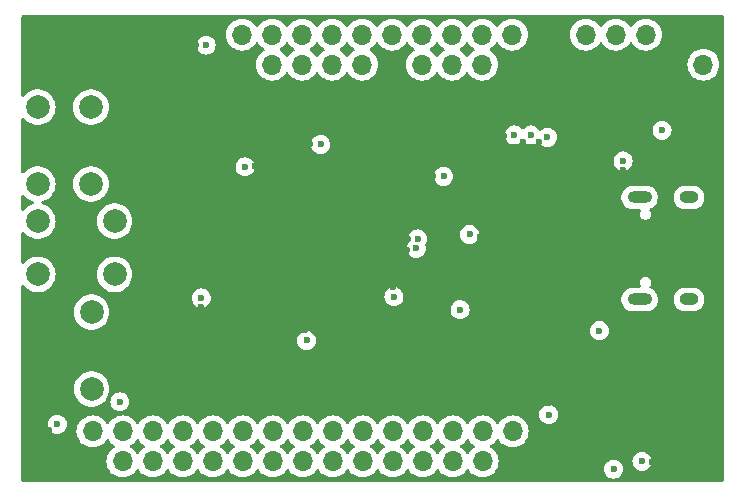
<source format=gbr>
%TF.GenerationSoftware,KiCad,Pcbnew,8.0.7*%
%TF.CreationDate,2024-12-25T08:40:24+02:00*%
%TF.ProjectId,STM32F405RGT6_BlackPill,53544d33-3246-4343-9035-524754365f42,rev?*%
%TF.SameCoordinates,Original*%
%TF.FileFunction,Copper,L3,Inr*%
%TF.FilePolarity,Positive*%
%FSLAX46Y46*%
G04 Gerber Fmt 4.6, Leading zero omitted, Abs format (unit mm)*
G04 Created by KiCad (PCBNEW 8.0.7) date 2024-12-25 08:40:24*
%MOMM*%
%LPD*%
G01*
G04 APERTURE LIST*
%TA.AperFunction,ComponentPad*%
%ADD10R,1.700000X1.700000*%
%TD*%
%TA.AperFunction,ComponentPad*%
%ADD11O,1.700000X1.700000*%
%TD*%
%TA.AperFunction,ComponentPad*%
%ADD12C,2.000000*%
%TD*%
%TA.AperFunction,ComponentPad*%
%ADD13O,2.100000X1.000000*%
%TD*%
%TA.AperFunction,ComponentPad*%
%ADD14O,1.600000X1.000000*%
%TD*%
%TA.AperFunction,ViaPad*%
%ADD15C,0.600000*%
%TD*%
G04 APERTURE END LIST*
D10*
%TO.N,GND*%
%TO.C,J103*%
X136100000Y-36900000D03*
D11*
%TO.N,VBUS*%
X136100000Y-39440000D03*
%TD*%
D12*
%TO.N,PC13*%
%TO.C,SW102*%
X79750000Y-52700000D03*
X86250000Y-52700000D03*
%TO.N,+3.3V*%
X79750000Y-57200000D03*
X86250000Y-57200000D03*
%TD*%
%TO.N,BOOT0*%
%TO.C,SW100*%
X84250000Y-43050000D03*
X84250000Y-49550000D03*
%TO.N,+3.3V*%
X79750000Y-43050000D03*
X79750000Y-49550000D03*
%TD*%
%TO.N,GND*%
%TO.C,SW101*%
X79800000Y-66900000D03*
X79800000Y-60400000D03*
%TO.N,NRST*%
X84300000Y-66900000D03*
X84300000Y-60400000D03*
%TD*%
D10*
%TO.N,GND*%
%TO.C,J100*%
X123620000Y-36900000D03*
D11*
%TO.N,/MCU/SWCLK_CONN*%
X126160000Y-36900000D03*
%TO.N,/MCU/SWDIO_CONN*%
X128700000Y-36900000D03*
%TO.N,+3.3V*%
X131240000Y-36900000D03*
%TD*%
D13*
%TO.N,unconnected-(J200-SHIELD-PadS1)*%
%TO.C,J200*%
X130695000Y-59320000D03*
D14*
%TO.N,unconnected-(J200-SHIELD-PadS1)_2*%
X134875000Y-59320000D03*
D13*
%TO.N,unconnected-(J200-SHIELD-PadS1)_3*%
X130695000Y-50680000D03*
D14*
%TO.N,unconnected-(J200-SHIELD-PadS1)_1*%
X134875000Y-50680000D03*
%TD*%
D10*
%TO.N,GND*%
%TO.C,J102*%
X97040000Y-39440000D03*
D11*
%TO.N,+3.3V*%
X97040000Y-36900000D03*
%TO.N,PB9*%
X99580000Y-39440000D03*
%TO.N,PB8*%
X99580000Y-36900000D03*
%TO.N,PB7*%
X102120000Y-39440000D03*
%TO.N,PB6*%
X102120000Y-36900000D03*
%TO.N,PB5*%
X104660000Y-39440000D03*
%TO.N,PB4*%
X104660000Y-36900000D03*
%TO.N,PB3*%
X107200000Y-39440000D03*
%TO.N,PD2*%
X107200000Y-36900000D03*
%TO.N,GND*%
X109740000Y-39440000D03*
%TO.N,PC12*%
X109740000Y-36900000D03*
%TO.N,PC11*%
X112280000Y-39440000D03*
%TO.N,PC10*%
X112280000Y-36900000D03*
%TO.N,PA15*%
X114820000Y-39440000D03*
%TO.N,PA10*%
X114820000Y-36900000D03*
%TO.N,PA9*%
X117360000Y-39440000D03*
%TO.N,PA8*%
X117360000Y-36900000D03*
%TO.N,GND*%
X119900000Y-39440000D03*
%TO.N,+5V*%
X119900000Y-36900000D03*
%TD*%
D10*
%TO.N,GND*%
%TO.C,J101*%
X84380000Y-73040000D03*
D11*
%TO.N,+3.3V*%
X84380000Y-70500000D03*
%TO.N,PC1*%
X86920000Y-73040000D03*
%TO.N,PC0*%
X86920000Y-70500000D03*
%TO.N,PC3*%
X89460000Y-73040000D03*
%TO.N,PC2*%
X89460000Y-70500000D03*
%TO.N,PA1*%
X92000000Y-73040000D03*
%TO.N,PA0*%
X92000000Y-70500000D03*
%TO.N,PA3*%
X94540000Y-73040000D03*
%TO.N,PA2*%
X94540000Y-70500000D03*
%TO.N,PA5*%
X97080000Y-73040000D03*
%TO.N,PA4*%
X97080000Y-70500000D03*
%TO.N,PA7*%
X99620000Y-73040000D03*
%TO.N,PA6*%
X99620000Y-70500000D03*
%TO.N,PC5*%
X102160000Y-73040000D03*
%TO.N,PC4*%
X102160000Y-70500000D03*
%TO.N,PB1*%
X104700000Y-73040000D03*
%TO.N,PB0*%
X104700000Y-70500000D03*
%TO.N,PB11*%
X107240000Y-73040000D03*
%TO.N,PB10*%
X107240000Y-70500000D03*
%TO.N,PB13*%
X109780000Y-73040000D03*
%TO.N,PB12*%
X109780000Y-70500000D03*
%TO.N,PB15*%
X112320000Y-73040000D03*
%TO.N,PB14*%
X112320000Y-70500000D03*
%TO.N,PC7*%
X114860000Y-73040000D03*
%TO.N,PC6*%
X114860000Y-70500000D03*
%TO.N,PC9*%
X117400000Y-73040000D03*
%TO.N,PC8*%
X117400000Y-70500000D03*
%TO.N,GND*%
X119940000Y-73040000D03*
%TO.N,+5V*%
X119940000Y-70500000D03*
%TD*%
D15*
%TO.N,GND*%
X133700000Y-44700000D03*
%TO.N,+3.3V*%
X132600000Y-45000000D03*
%TO.N,GND*%
X99850000Y-48750000D03*
X114800000Y-63400000D03*
X122760000Y-40060000D03*
X114800000Y-62500000D03*
X127250000Y-54500000D03*
X130280000Y-61300000D03*
X129760000Y-41860000D03*
X98100000Y-48000000D03*
X121934749Y-52150000D03*
X119200000Y-45500000D03*
X128900000Y-58300000D03*
X90300000Y-49400000D03*
X80700000Y-70400000D03*
X130150000Y-48750000D03*
X130300000Y-62500000D03*
X93100000Y-37800000D03*
X90300000Y-50200000D03*
X122000000Y-58300000D03*
X123000000Y-68100000D03*
X94100000Y-57900000D03*
X104900000Y-50800000D03*
X92700000Y-52500000D03*
X102400000Y-61900000D03*
X125100000Y-63675000D03*
X93600000Y-60000000D03*
X124100000Y-64525000D03*
X135300000Y-46950000D03*
X122000000Y-57500000D03*
X128900000Y-51000000D03*
X113200000Y-48900000D03*
X86570000Y-61850000D03*
X124150000Y-63675000D03*
X118900000Y-49400000D03*
X90400000Y-43500000D03*
X120800000Y-46000000D03*
X122000000Y-59900000D03*
X102800000Y-46150000D03*
X131750000Y-73050000D03*
X128500000Y-50300000D03*
X111100000Y-54200000D03*
X93450000Y-47250000D03*
X111000000Y-55100000D03*
X104900000Y-59200000D03*
X122000000Y-59100000D03*
X115150000Y-61200000D03*
X116000000Y-61200000D03*
X128500000Y-59000000D03*
X93250000Y-53150000D03*
X88500000Y-53660000D03*
X86600000Y-45990000D03*
X87500000Y-67000000D03*
X90400000Y-44300000D03*
X129300000Y-48400000D03*
X92800000Y-46700000D03*
X115400000Y-50900000D03*
X100700000Y-48800000D03*
X131560000Y-42960000D03*
X94100000Y-57050000D03*
X108100000Y-67300000D03*
X109800000Y-58300000D03*
X122200000Y-46000000D03*
X117200000Y-54000000D03*
%TO.N,+3.3V*%
X103700000Y-46200000D03*
X81400000Y-69900000D03*
X97296701Y-48104052D03*
X93600000Y-59200000D03*
X128500000Y-73700000D03*
X123000000Y-69075000D03*
X114100000Y-48900000D03*
X115500000Y-60200000D03*
X130900000Y-73025000D03*
X86700000Y-68000000D03*
X94000000Y-37800000D03*
X102500000Y-62800000D03*
%TO.N,+5V*%
X127300000Y-61975000D03*
%TO.N,PA10*%
X116300000Y-53825000D03*
X120100000Y-45400000D03*
%TO.N,PA8*%
X111800000Y-55000000D03*
X122900000Y-45600000D03*
%TO.N,PA9*%
X111900000Y-54200000D03*
X121500000Y-45400000D03*
%TO.N,PB2*%
X129300000Y-47600000D03*
X109900000Y-59100000D03*
%TD*%
%TA.AperFunction,Conductor*%
%TO.N,GND*%
G36*
X137792539Y-35270185D02*
G01*
X137838294Y-35322989D01*
X137849500Y-35374500D01*
X137849500Y-74625500D01*
X137829815Y-74692539D01*
X137777011Y-74738294D01*
X137725500Y-74749500D01*
X128543043Y-74749500D01*
X128500101Y-74736890D01*
X128478351Y-74747640D01*
X128456957Y-74749500D01*
X78474500Y-74749500D01*
X78407461Y-74729815D01*
X78361706Y-74677011D01*
X78350500Y-74625500D01*
X78350500Y-69899996D01*
X80594435Y-69899996D01*
X80594435Y-69900003D01*
X80614630Y-70079249D01*
X80614631Y-70079254D01*
X80674211Y-70249523D01*
X80770184Y-70402262D01*
X80897738Y-70529816D01*
X81050478Y-70625789D01*
X81220745Y-70685368D01*
X81220750Y-70685369D01*
X81399996Y-70705565D01*
X81400000Y-70705565D01*
X81400004Y-70705565D01*
X81579249Y-70685369D01*
X81579252Y-70685368D01*
X81579255Y-70685368D01*
X81749522Y-70625789D01*
X81902262Y-70529816D01*
X81932079Y-70499999D01*
X83024341Y-70499999D01*
X83024341Y-70500000D01*
X83044936Y-70735403D01*
X83044938Y-70735413D01*
X83106094Y-70963655D01*
X83106096Y-70963659D01*
X83106097Y-70963663D01*
X83110000Y-70972032D01*
X83205965Y-71177830D01*
X83205967Y-71177834D01*
X83314281Y-71332521D01*
X83341505Y-71371401D01*
X83508599Y-71538495D01*
X83605384Y-71606265D01*
X83702165Y-71674032D01*
X83702167Y-71674033D01*
X83702170Y-71674035D01*
X83916337Y-71773903D01*
X84144592Y-71835063D01*
X84332918Y-71851539D01*
X84379999Y-71855659D01*
X84380000Y-71855659D01*
X84380001Y-71855659D01*
X84419234Y-71852226D01*
X84615408Y-71835063D01*
X84843663Y-71773903D01*
X85057830Y-71674035D01*
X85251401Y-71538495D01*
X85418495Y-71371401D01*
X85548425Y-71185842D01*
X85603002Y-71142217D01*
X85672500Y-71135023D01*
X85734855Y-71166546D01*
X85751575Y-71185842D01*
X85881501Y-71371396D01*
X85881506Y-71371402D01*
X86048597Y-71538493D01*
X86048603Y-71538498D01*
X86234158Y-71668425D01*
X86277783Y-71723002D01*
X86284977Y-71792500D01*
X86253454Y-71854855D01*
X86234158Y-71871575D01*
X86048597Y-72001505D01*
X85881505Y-72168597D01*
X85745965Y-72362169D01*
X85745964Y-72362171D01*
X85646098Y-72576335D01*
X85646094Y-72576344D01*
X85584938Y-72804586D01*
X85584936Y-72804596D01*
X85564341Y-73039999D01*
X85564341Y-73040000D01*
X85584936Y-73275403D01*
X85584938Y-73275413D01*
X85646094Y-73503655D01*
X85646096Y-73503659D01*
X85646097Y-73503663D01*
X85716581Y-73654815D01*
X85745965Y-73717830D01*
X85745967Y-73717834D01*
X85824903Y-73830565D01*
X85881505Y-73911401D01*
X86048599Y-74078495D01*
X86145384Y-74146265D01*
X86242165Y-74214032D01*
X86242167Y-74214033D01*
X86242170Y-74214035D01*
X86456337Y-74313903D01*
X86684592Y-74375063D01*
X86872918Y-74391539D01*
X86919999Y-74395659D01*
X86920000Y-74395659D01*
X86920001Y-74395659D01*
X86959234Y-74392226D01*
X87155408Y-74375063D01*
X87383663Y-74313903D01*
X87597830Y-74214035D01*
X87791401Y-74078495D01*
X87958495Y-73911401D01*
X88088425Y-73725842D01*
X88143002Y-73682217D01*
X88212500Y-73675023D01*
X88274855Y-73706546D01*
X88291575Y-73725842D01*
X88421500Y-73911395D01*
X88421505Y-73911401D01*
X88588599Y-74078495D01*
X88685384Y-74146265D01*
X88782165Y-74214032D01*
X88782167Y-74214033D01*
X88782170Y-74214035D01*
X88996337Y-74313903D01*
X89224592Y-74375063D01*
X89412918Y-74391539D01*
X89459999Y-74395659D01*
X89460000Y-74395659D01*
X89460001Y-74395659D01*
X89499234Y-74392226D01*
X89695408Y-74375063D01*
X89923663Y-74313903D01*
X90137830Y-74214035D01*
X90331401Y-74078495D01*
X90498495Y-73911401D01*
X90628425Y-73725842D01*
X90683002Y-73682217D01*
X90752500Y-73675023D01*
X90814855Y-73706546D01*
X90831575Y-73725842D01*
X90961500Y-73911395D01*
X90961505Y-73911401D01*
X91128599Y-74078495D01*
X91225384Y-74146265D01*
X91322165Y-74214032D01*
X91322167Y-74214033D01*
X91322170Y-74214035D01*
X91536337Y-74313903D01*
X91764592Y-74375063D01*
X91952918Y-74391539D01*
X91999999Y-74395659D01*
X92000000Y-74395659D01*
X92000001Y-74395659D01*
X92039234Y-74392226D01*
X92235408Y-74375063D01*
X92463663Y-74313903D01*
X92677830Y-74214035D01*
X92871401Y-74078495D01*
X93038495Y-73911401D01*
X93168425Y-73725842D01*
X93223002Y-73682217D01*
X93292500Y-73675023D01*
X93354855Y-73706546D01*
X93371575Y-73725842D01*
X93501500Y-73911395D01*
X93501505Y-73911401D01*
X93668599Y-74078495D01*
X93765384Y-74146265D01*
X93862165Y-74214032D01*
X93862167Y-74214033D01*
X93862170Y-74214035D01*
X94076337Y-74313903D01*
X94304592Y-74375063D01*
X94492918Y-74391539D01*
X94539999Y-74395659D01*
X94540000Y-74395659D01*
X94540001Y-74395659D01*
X94579234Y-74392226D01*
X94775408Y-74375063D01*
X95003663Y-74313903D01*
X95217830Y-74214035D01*
X95411401Y-74078495D01*
X95578495Y-73911401D01*
X95708425Y-73725842D01*
X95763002Y-73682217D01*
X95832500Y-73675023D01*
X95894855Y-73706546D01*
X95911575Y-73725842D01*
X96041500Y-73911395D01*
X96041505Y-73911401D01*
X96208599Y-74078495D01*
X96305384Y-74146265D01*
X96402165Y-74214032D01*
X96402167Y-74214033D01*
X96402170Y-74214035D01*
X96616337Y-74313903D01*
X96844592Y-74375063D01*
X97032918Y-74391539D01*
X97079999Y-74395659D01*
X97080000Y-74395659D01*
X97080001Y-74395659D01*
X97119234Y-74392226D01*
X97315408Y-74375063D01*
X97543663Y-74313903D01*
X97757830Y-74214035D01*
X97951401Y-74078495D01*
X98118495Y-73911401D01*
X98248425Y-73725842D01*
X98303002Y-73682217D01*
X98372500Y-73675023D01*
X98434855Y-73706546D01*
X98451575Y-73725842D01*
X98581500Y-73911395D01*
X98581505Y-73911401D01*
X98748599Y-74078495D01*
X98845384Y-74146265D01*
X98942165Y-74214032D01*
X98942167Y-74214033D01*
X98942170Y-74214035D01*
X99156337Y-74313903D01*
X99384592Y-74375063D01*
X99572918Y-74391539D01*
X99619999Y-74395659D01*
X99620000Y-74395659D01*
X99620001Y-74395659D01*
X99659234Y-74392226D01*
X99855408Y-74375063D01*
X100083663Y-74313903D01*
X100297830Y-74214035D01*
X100491401Y-74078495D01*
X100658495Y-73911401D01*
X100788425Y-73725842D01*
X100843002Y-73682217D01*
X100912500Y-73675023D01*
X100974855Y-73706546D01*
X100991575Y-73725842D01*
X101121500Y-73911395D01*
X101121505Y-73911401D01*
X101288599Y-74078495D01*
X101385384Y-74146265D01*
X101482165Y-74214032D01*
X101482167Y-74214033D01*
X101482170Y-74214035D01*
X101696337Y-74313903D01*
X101924592Y-74375063D01*
X102112918Y-74391539D01*
X102159999Y-74395659D01*
X102160000Y-74395659D01*
X102160001Y-74395659D01*
X102199234Y-74392226D01*
X102395408Y-74375063D01*
X102623663Y-74313903D01*
X102837830Y-74214035D01*
X103031401Y-74078495D01*
X103198495Y-73911401D01*
X103328425Y-73725842D01*
X103383002Y-73682217D01*
X103452500Y-73675023D01*
X103514855Y-73706546D01*
X103531575Y-73725842D01*
X103661500Y-73911395D01*
X103661505Y-73911401D01*
X103828599Y-74078495D01*
X103925384Y-74146265D01*
X104022165Y-74214032D01*
X104022167Y-74214033D01*
X104022170Y-74214035D01*
X104236337Y-74313903D01*
X104464592Y-74375063D01*
X104652918Y-74391539D01*
X104699999Y-74395659D01*
X104700000Y-74395659D01*
X104700001Y-74395659D01*
X104739234Y-74392226D01*
X104935408Y-74375063D01*
X105163663Y-74313903D01*
X105377830Y-74214035D01*
X105571401Y-74078495D01*
X105738495Y-73911401D01*
X105868425Y-73725842D01*
X105923002Y-73682217D01*
X105992500Y-73675023D01*
X106054855Y-73706546D01*
X106071575Y-73725842D01*
X106201500Y-73911395D01*
X106201505Y-73911401D01*
X106368599Y-74078495D01*
X106465384Y-74146265D01*
X106562165Y-74214032D01*
X106562167Y-74214033D01*
X106562170Y-74214035D01*
X106776337Y-74313903D01*
X107004592Y-74375063D01*
X107192918Y-74391539D01*
X107239999Y-74395659D01*
X107240000Y-74395659D01*
X107240001Y-74395659D01*
X107279234Y-74392226D01*
X107475408Y-74375063D01*
X107703663Y-74313903D01*
X107917830Y-74214035D01*
X108111401Y-74078495D01*
X108278495Y-73911401D01*
X108408425Y-73725842D01*
X108463002Y-73682217D01*
X108532500Y-73675023D01*
X108594855Y-73706546D01*
X108611575Y-73725842D01*
X108741500Y-73911395D01*
X108741505Y-73911401D01*
X108908599Y-74078495D01*
X109005384Y-74146265D01*
X109102165Y-74214032D01*
X109102167Y-74214033D01*
X109102170Y-74214035D01*
X109316337Y-74313903D01*
X109544592Y-74375063D01*
X109732918Y-74391539D01*
X109779999Y-74395659D01*
X109780000Y-74395659D01*
X109780001Y-74395659D01*
X109819234Y-74392226D01*
X110015408Y-74375063D01*
X110243663Y-74313903D01*
X110457830Y-74214035D01*
X110651401Y-74078495D01*
X110818495Y-73911401D01*
X110948425Y-73725842D01*
X111003002Y-73682217D01*
X111072500Y-73675023D01*
X111134855Y-73706546D01*
X111151575Y-73725842D01*
X111281500Y-73911395D01*
X111281505Y-73911401D01*
X111448599Y-74078495D01*
X111545384Y-74146265D01*
X111642165Y-74214032D01*
X111642167Y-74214033D01*
X111642170Y-74214035D01*
X111856337Y-74313903D01*
X112084592Y-74375063D01*
X112272918Y-74391539D01*
X112319999Y-74395659D01*
X112320000Y-74395659D01*
X112320001Y-74395659D01*
X112359234Y-74392226D01*
X112555408Y-74375063D01*
X112783663Y-74313903D01*
X112997830Y-74214035D01*
X113191401Y-74078495D01*
X113358495Y-73911401D01*
X113488425Y-73725842D01*
X113543002Y-73682217D01*
X113612500Y-73675023D01*
X113674855Y-73706546D01*
X113691575Y-73725842D01*
X113821500Y-73911395D01*
X113821505Y-73911401D01*
X113988599Y-74078495D01*
X114085384Y-74146265D01*
X114182165Y-74214032D01*
X114182167Y-74214033D01*
X114182170Y-74214035D01*
X114396337Y-74313903D01*
X114624592Y-74375063D01*
X114812918Y-74391539D01*
X114859999Y-74395659D01*
X114860000Y-74395659D01*
X114860001Y-74395659D01*
X114899234Y-74392226D01*
X115095408Y-74375063D01*
X115323663Y-74313903D01*
X115537830Y-74214035D01*
X115731401Y-74078495D01*
X115898495Y-73911401D01*
X116028425Y-73725842D01*
X116083002Y-73682217D01*
X116152500Y-73675023D01*
X116214855Y-73706546D01*
X116231575Y-73725842D01*
X116361500Y-73911395D01*
X116361505Y-73911401D01*
X116528599Y-74078495D01*
X116625384Y-74146265D01*
X116722165Y-74214032D01*
X116722167Y-74214033D01*
X116722170Y-74214035D01*
X116936337Y-74313903D01*
X117164592Y-74375063D01*
X117352918Y-74391539D01*
X117399999Y-74395659D01*
X117400000Y-74395659D01*
X117400001Y-74395659D01*
X117439234Y-74392226D01*
X117635408Y-74375063D01*
X117863663Y-74313903D01*
X118077830Y-74214035D01*
X118271401Y-74078495D01*
X118438495Y-73911401D01*
X118574035Y-73717830D01*
X118582351Y-73699996D01*
X127694435Y-73699996D01*
X127694435Y-73700003D01*
X127714630Y-73879249D01*
X127714631Y-73879254D01*
X127774211Y-74049523D01*
X127870184Y-74202262D01*
X127997738Y-74329816D01*
X128150478Y-74425789D01*
X128320745Y-74485368D01*
X128320750Y-74485369D01*
X128470840Y-74502280D01*
X128497366Y-74513426D01*
X128508108Y-74506523D01*
X128529160Y-74502280D01*
X128679249Y-74485369D01*
X128679252Y-74485368D01*
X128679255Y-74485368D01*
X128849522Y-74425789D01*
X129002262Y-74329816D01*
X129129816Y-74202262D01*
X129225789Y-74049522D01*
X129285368Y-73879255D01*
X129299843Y-73750788D01*
X129305565Y-73700003D01*
X129305565Y-73699996D01*
X129285369Y-73520750D01*
X129285368Y-73520745D01*
X129279388Y-73503655D01*
X129225789Y-73350478D01*
X129129816Y-73197738D01*
X129002262Y-73070184D01*
X128930346Y-73024996D01*
X130094435Y-73024996D01*
X130094435Y-73025003D01*
X130114630Y-73204249D01*
X130114631Y-73204254D01*
X130174211Y-73374523D01*
X130255351Y-73503655D01*
X130270184Y-73527262D01*
X130397738Y-73654816D01*
X130550478Y-73750789D01*
X130720745Y-73810368D01*
X130720750Y-73810369D01*
X130899996Y-73830565D01*
X130900000Y-73830565D01*
X130900004Y-73830565D01*
X131079249Y-73810369D01*
X131079252Y-73810368D01*
X131079255Y-73810368D01*
X131249522Y-73750789D01*
X131402262Y-73654816D01*
X131529816Y-73527262D01*
X131625789Y-73374522D01*
X131685368Y-73204255D01*
X131685369Y-73204249D01*
X131705565Y-73025003D01*
X131705565Y-73024996D01*
X131685369Y-72845750D01*
X131685368Y-72845745D01*
X131625788Y-72675476D01*
X131563499Y-72576344D01*
X131529816Y-72522738D01*
X131402262Y-72395184D01*
X131367679Y-72373454D01*
X131249523Y-72299211D01*
X131079254Y-72239631D01*
X131079249Y-72239630D01*
X130900004Y-72219435D01*
X130899996Y-72219435D01*
X130720750Y-72239630D01*
X130720745Y-72239631D01*
X130550476Y-72299211D01*
X130397737Y-72395184D01*
X130270184Y-72522737D01*
X130174211Y-72675476D01*
X130114631Y-72845745D01*
X130114630Y-72845750D01*
X130094435Y-73024996D01*
X128930346Y-73024996D01*
X128849523Y-72974211D01*
X128679254Y-72914631D01*
X128679249Y-72914630D01*
X128500004Y-72894435D01*
X128499996Y-72894435D01*
X128320750Y-72914630D01*
X128320745Y-72914631D01*
X128150476Y-72974211D01*
X127997737Y-73070184D01*
X127870184Y-73197737D01*
X127774211Y-73350476D01*
X127714631Y-73520745D01*
X127714630Y-73520750D01*
X127694435Y-73699996D01*
X118582351Y-73699996D01*
X118673903Y-73503663D01*
X118735063Y-73275408D01*
X118755659Y-73040000D01*
X118735063Y-72804592D01*
X118673903Y-72576337D01*
X118574035Y-72362171D01*
X118568425Y-72354158D01*
X118438494Y-72168597D01*
X118271402Y-72001506D01*
X118271396Y-72001501D01*
X118085842Y-71871575D01*
X118042217Y-71816998D01*
X118035023Y-71747500D01*
X118066546Y-71685145D01*
X118085842Y-71668425D01*
X118108026Y-71652891D01*
X118271401Y-71538495D01*
X118438495Y-71371401D01*
X118568425Y-71185842D01*
X118623002Y-71142217D01*
X118692500Y-71135023D01*
X118754855Y-71166546D01*
X118771575Y-71185842D01*
X118901500Y-71371395D01*
X118901505Y-71371401D01*
X119068599Y-71538495D01*
X119165384Y-71606265D01*
X119262165Y-71674032D01*
X119262167Y-71674033D01*
X119262170Y-71674035D01*
X119476337Y-71773903D01*
X119704592Y-71835063D01*
X119892918Y-71851539D01*
X119939999Y-71855659D01*
X119940000Y-71855659D01*
X119940001Y-71855659D01*
X119979234Y-71852226D01*
X120175408Y-71835063D01*
X120403663Y-71773903D01*
X120617830Y-71674035D01*
X120811401Y-71538495D01*
X120978495Y-71371401D01*
X121114035Y-71177830D01*
X121213903Y-70963663D01*
X121275063Y-70735408D01*
X121295659Y-70500000D01*
X121275063Y-70264592D01*
X121213903Y-70036337D01*
X121114035Y-69822171D01*
X121108425Y-69814158D01*
X120978494Y-69628597D01*
X120811402Y-69461506D01*
X120811395Y-69461501D01*
X120617834Y-69325967D01*
X120617830Y-69325965D01*
X120617828Y-69325964D01*
X120403663Y-69226097D01*
X120403659Y-69226096D01*
X120403655Y-69226094D01*
X120175413Y-69164938D01*
X120175403Y-69164936D01*
X119940001Y-69144341D01*
X119939999Y-69144341D01*
X119704596Y-69164936D01*
X119704586Y-69164938D01*
X119476344Y-69226094D01*
X119476335Y-69226098D01*
X119262171Y-69325964D01*
X119262169Y-69325965D01*
X119068597Y-69461505D01*
X118901505Y-69628597D01*
X118771575Y-69814158D01*
X118716998Y-69857783D01*
X118647500Y-69864977D01*
X118585145Y-69833454D01*
X118568425Y-69814158D01*
X118438494Y-69628597D01*
X118271402Y-69461506D01*
X118271395Y-69461501D01*
X118077834Y-69325967D01*
X118077830Y-69325965D01*
X118077828Y-69325964D01*
X117863663Y-69226097D01*
X117863659Y-69226096D01*
X117863655Y-69226094D01*
X117635413Y-69164938D01*
X117635403Y-69164936D01*
X117400001Y-69144341D01*
X117399999Y-69144341D01*
X117164596Y-69164936D01*
X117164586Y-69164938D01*
X116936344Y-69226094D01*
X116936335Y-69226098D01*
X116722171Y-69325964D01*
X116722169Y-69325965D01*
X116528597Y-69461505D01*
X116361505Y-69628597D01*
X116231575Y-69814158D01*
X116176998Y-69857783D01*
X116107500Y-69864977D01*
X116045145Y-69833454D01*
X116028425Y-69814158D01*
X115898494Y-69628597D01*
X115731402Y-69461506D01*
X115731395Y-69461501D01*
X115537834Y-69325967D01*
X115537830Y-69325965D01*
X115537828Y-69325964D01*
X115323663Y-69226097D01*
X115323659Y-69226096D01*
X115323655Y-69226094D01*
X115095413Y-69164938D01*
X115095403Y-69164936D01*
X114860001Y-69144341D01*
X114859999Y-69144341D01*
X114624596Y-69164936D01*
X114624586Y-69164938D01*
X114396344Y-69226094D01*
X114396335Y-69226098D01*
X114182171Y-69325964D01*
X114182169Y-69325965D01*
X113988597Y-69461505D01*
X113821505Y-69628597D01*
X113691575Y-69814158D01*
X113636998Y-69857783D01*
X113567500Y-69864977D01*
X113505145Y-69833454D01*
X113488425Y-69814158D01*
X113358494Y-69628597D01*
X113191402Y-69461506D01*
X113191395Y-69461501D01*
X112997834Y-69325967D01*
X112997830Y-69325965D01*
X112997828Y-69325964D01*
X112783663Y-69226097D01*
X112783659Y-69226096D01*
X112783655Y-69226094D01*
X112555413Y-69164938D01*
X112555403Y-69164936D01*
X112320001Y-69144341D01*
X112319999Y-69144341D01*
X112084596Y-69164936D01*
X112084586Y-69164938D01*
X111856344Y-69226094D01*
X111856335Y-69226098D01*
X111642171Y-69325964D01*
X111642169Y-69325965D01*
X111448597Y-69461505D01*
X111281505Y-69628597D01*
X111151575Y-69814158D01*
X111096998Y-69857783D01*
X111027500Y-69864977D01*
X110965145Y-69833454D01*
X110948425Y-69814158D01*
X110818494Y-69628597D01*
X110651402Y-69461506D01*
X110651395Y-69461501D01*
X110457834Y-69325967D01*
X110457830Y-69325965D01*
X110457828Y-69325964D01*
X110243663Y-69226097D01*
X110243659Y-69226096D01*
X110243655Y-69226094D01*
X110015413Y-69164938D01*
X110015403Y-69164936D01*
X109780001Y-69144341D01*
X109779999Y-69144341D01*
X109544596Y-69164936D01*
X109544586Y-69164938D01*
X109316344Y-69226094D01*
X109316335Y-69226098D01*
X109102171Y-69325964D01*
X109102169Y-69325965D01*
X108908597Y-69461505D01*
X108741505Y-69628597D01*
X108611575Y-69814158D01*
X108556998Y-69857783D01*
X108487500Y-69864977D01*
X108425145Y-69833454D01*
X108408425Y-69814158D01*
X108278494Y-69628597D01*
X108111402Y-69461506D01*
X108111395Y-69461501D01*
X107917834Y-69325967D01*
X107917830Y-69325965D01*
X107917828Y-69325964D01*
X107703663Y-69226097D01*
X107703659Y-69226096D01*
X107703655Y-69226094D01*
X107475413Y-69164938D01*
X107475403Y-69164936D01*
X107240001Y-69144341D01*
X107239999Y-69144341D01*
X107004596Y-69164936D01*
X107004586Y-69164938D01*
X106776344Y-69226094D01*
X106776335Y-69226098D01*
X106562171Y-69325964D01*
X106562169Y-69325965D01*
X106368597Y-69461505D01*
X106201505Y-69628597D01*
X106071575Y-69814158D01*
X106016998Y-69857783D01*
X105947500Y-69864977D01*
X105885145Y-69833454D01*
X105868425Y-69814158D01*
X105738494Y-69628597D01*
X105571402Y-69461506D01*
X105571395Y-69461501D01*
X105377834Y-69325967D01*
X105377830Y-69325965D01*
X105377828Y-69325964D01*
X105163663Y-69226097D01*
X105163659Y-69226096D01*
X105163655Y-69226094D01*
X104935413Y-69164938D01*
X104935403Y-69164936D01*
X104700001Y-69144341D01*
X104699999Y-69144341D01*
X104464596Y-69164936D01*
X104464586Y-69164938D01*
X104236344Y-69226094D01*
X104236335Y-69226098D01*
X104022171Y-69325964D01*
X104022169Y-69325965D01*
X103828597Y-69461505D01*
X103661505Y-69628597D01*
X103531575Y-69814158D01*
X103476998Y-69857783D01*
X103407500Y-69864977D01*
X103345145Y-69833454D01*
X103328425Y-69814158D01*
X103198494Y-69628597D01*
X103031402Y-69461506D01*
X103031395Y-69461501D01*
X102837834Y-69325967D01*
X102837830Y-69325965D01*
X102837828Y-69325964D01*
X102623663Y-69226097D01*
X102623659Y-69226096D01*
X102623655Y-69226094D01*
X102395413Y-69164938D01*
X102395403Y-69164936D01*
X102160001Y-69144341D01*
X102159999Y-69144341D01*
X101924596Y-69164936D01*
X101924586Y-69164938D01*
X101696344Y-69226094D01*
X101696335Y-69226098D01*
X101482171Y-69325964D01*
X101482169Y-69325965D01*
X101288597Y-69461505D01*
X101121505Y-69628597D01*
X100991575Y-69814158D01*
X100936998Y-69857783D01*
X100867500Y-69864977D01*
X100805145Y-69833454D01*
X100788425Y-69814158D01*
X100658494Y-69628597D01*
X100491402Y-69461506D01*
X100491395Y-69461501D01*
X100297834Y-69325967D01*
X100297830Y-69325965D01*
X100297828Y-69325964D01*
X100083663Y-69226097D01*
X100083659Y-69226096D01*
X100083655Y-69226094D01*
X99855413Y-69164938D01*
X99855403Y-69164936D01*
X99620001Y-69144341D01*
X99619999Y-69144341D01*
X99384596Y-69164936D01*
X99384586Y-69164938D01*
X99156344Y-69226094D01*
X99156335Y-69226098D01*
X98942171Y-69325964D01*
X98942169Y-69325965D01*
X98748597Y-69461505D01*
X98581505Y-69628597D01*
X98451575Y-69814158D01*
X98396998Y-69857783D01*
X98327500Y-69864977D01*
X98265145Y-69833454D01*
X98248425Y-69814158D01*
X98118494Y-69628597D01*
X97951402Y-69461506D01*
X97951395Y-69461501D01*
X97757834Y-69325967D01*
X97757830Y-69325965D01*
X97757828Y-69325964D01*
X97543663Y-69226097D01*
X97543659Y-69226096D01*
X97543655Y-69226094D01*
X97315413Y-69164938D01*
X97315403Y-69164936D01*
X97080001Y-69144341D01*
X97079999Y-69144341D01*
X96844596Y-69164936D01*
X96844586Y-69164938D01*
X96616344Y-69226094D01*
X96616335Y-69226098D01*
X96402171Y-69325964D01*
X96402169Y-69325965D01*
X96208597Y-69461505D01*
X96041505Y-69628597D01*
X95911575Y-69814158D01*
X95856998Y-69857783D01*
X95787500Y-69864977D01*
X95725145Y-69833454D01*
X95708425Y-69814158D01*
X95578494Y-69628597D01*
X95411402Y-69461506D01*
X95411395Y-69461501D01*
X95217834Y-69325967D01*
X95217830Y-69325965D01*
X95217828Y-69325964D01*
X95003663Y-69226097D01*
X95003659Y-69226096D01*
X95003655Y-69226094D01*
X94775413Y-69164938D01*
X94775403Y-69164936D01*
X94540001Y-69144341D01*
X94539999Y-69144341D01*
X94304596Y-69164936D01*
X94304586Y-69164938D01*
X94076344Y-69226094D01*
X94076335Y-69226098D01*
X93862171Y-69325964D01*
X93862169Y-69325965D01*
X93668597Y-69461505D01*
X93501505Y-69628597D01*
X93371575Y-69814158D01*
X93316998Y-69857783D01*
X93247500Y-69864977D01*
X93185145Y-69833454D01*
X93168425Y-69814158D01*
X93038494Y-69628597D01*
X92871402Y-69461506D01*
X92871395Y-69461501D01*
X92677834Y-69325967D01*
X92677830Y-69325965D01*
X92677828Y-69325964D01*
X92463663Y-69226097D01*
X92463659Y-69226096D01*
X92463655Y-69226094D01*
X92235413Y-69164938D01*
X92235403Y-69164936D01*
X92000001Y-69144341D01*
X91999999Y-69144341D01*
X91764596Y-69164936D01*
X91764586Y-69164938D01*
X91536344Y-69226094D01*
X91536335Y-69226098D01*
X91322171Y-69325964D01*
X91322169Y-69325965D01*
X91128597Y-69461505D01*
X90961505Y-69628597D01*
X90831575Y-69814158D01*
X90776998Y-69857783D01*
X90707500Y-69864977D01*
X90645145Y-69833454D01*
X90628425Y-69814158D01*
X90498494Y-69628597D01*
X90331402Y-69461506D01*
X90331395Y-69461501D01*
X90137834Y-69325967D01*
X90137830Y-69325965D01*
X90137828Y-69325964D01*
X89923663Y-69226097D01*
X89923659Y-69226096D01*
X89923655Y-69226094D01*
X89695413Y-69164938D01*
X89695403Y-69164936D01*
X89460001Y-69144341D01*
X89459999Y-69144341D01*
X89224596Y-69164936D01*
X89224586Y-69164938D01*
X88996344Y-69226094D01*
X88996335Y-69226098D01*
X88782171Y-69325964D01*
X88782169Y-69325965D01*
X88588597Y-69461505D01*
X88421505Y-69628597D01*
X88291575Y-69814158D01*
X88236998Y-69857783D01*
X88167500Y-69864977D01*
X88105145Y-69833454D01*
X88088425Y-69814158D01*
X87958494Y-69628597D01*
X87791402Y-69461506D01*
X87791395Y-69461501D01*
X87597834Y-69325967D01*
X87597830Y-69325965D01*
X87597828Y-69325964D01*
X87383663Y-69226097D01*
X87383659Y-69226096D01*
X87383655Y-69226094D01*
X87155413Y-69164938D01*
X87155403Y-69164936D01*
X86920001Y-69144341D01*
X86919999Y-69144341D01*
X86684596Y-69164936D01*
X86684586Y-69164938D01*
X86456344Y-69226094D01*
X86456335Y-69226098D01*
X86242171Y-69325964D01*
X86242169Y-69325965D01*
X86048597Y-69461505D01*
X85881505Y-69628597D01*
X85751575Y-69814158D01*
X85696998Y-69857783D01*
X85627500Y-69864977D01*
X85565145Y-69833454D01*
X85548425Y-69814158D01*
X85418494Y-69628597D01*
X85251402Y-69461506D01*
X85251395Y-69461501D01*
X85057834Y-69325967D01*
X85057830Y-69325965D01*
X85057828Y-69325964D01*
X84843663Y-69226097D01*
X84843659Y-69226096D01*
X84843655Y-69226094D01*
X84615413Y-69164938D01*
X84615403Y-69164936D01*
X84380001Y-69144341D01*
X84379999Y-69144341D01*
X84144596Y-69164936D01*
X84144586Y-69164938D01*
X83916344Y-69226094D01*
X83916335Y-69226098D01*
X83702171Y-69325964D01*
X83702169Y-69325965D01*
X83508597Y-69461505D01*
X83341505Y-69628597D01*
X83205965Y-69822169D01*
X83205964Y-69822171D01*
X83106098Y-70036335D01*
X83106094Y-70036344D01*
X83044938Y-70264586D01*
X83044936Y-70264596D01*
X83024341Y-70499999D01*
X81932079Y-70499999D01*
X82029816Y-70402262D01*
X82125789Y-70249522D01*
X82185368Y-70079255D01*
X82205565Y-69900000D01*
X82203375Y-69880565D01*
X82185369Y-69720750D01*
X82185368Y-69720745D01*
X82125788Y-69550476D01*
X82069884Y-69461506D01*
X82029816Y-69397738D01*
X81902262Y-69270184D01*
X81832098Y-69226097D01*
X81749523Y-69174211D01*
X81579254Y-69114631D01*
X81579249Y-69114630D01*
X81400004Y-69094435D01*
X81399996Y-69094435D01*
X81220750Y-69114630D01*
X81220745Y-69114631D01*
X81050476Y-69174211D01*
X80897737Y-69270184D01*
X80770184Y-69397737D01*
X80674211Y-69550476D01*
X80614631Y-69720745D01*
X80614630Y-69720750D01*
X80594435Y-69899996D01*
X78350500Y-69899996D01*
X78350500Y-69074996D01*
X122194435Y-69074996D01*
X122194435Y-69075003D01*
X122214630Y-69254249D01*
X122214631Y-69254254D01*
X122274211Y-69424523D01*
X122353353Y-69550476D01*
X122370184Y-69577262D01*
X122497738Y-69704816D01*
X122650478Y-69800789D01*
X122820745Y-69860368D01*
X122820750Y-69860369D01*
X122999996Y-69880565D01*
X123000000Y-69880565D01*
X123000004Y-69880565D01*
X123179249Y-69860369D01*
X123179252Y-69860368D01*
X123179255Y-69860368D01*
X123349522Y-69800789D01*
X123502262Y-69704816D01*
X123629816Y-69577262D01*
X123725789Y-69424522D01*
X123785368Y-69254255D01*
X123795432Y-69164936D01*
X123805565Y-69075003D01*
X123805565Y-69074996D01*
X123785369Y-68895750D01*
X123785368Y-68895745D01*
X123725789Y-68725478D01*
X123629816Y-68572738D01*
X123502262Y-68445184D01*
X123431148Y-68400500D01*
X123349523Y-68349211D01*
X123179254Y-68289631D01*
X123179249Y-68289630D01*
X123000004Y-68269435D01*
X122999996Y-68269435D01*
X122820750Y-68289630D01*
X122820745Y-68289631D01*
X122650476Y-68349211D01*
X122497737Y-68445184D01*
X122370184Y-68572737D01*
X122274211Y-68725476D01*
X122214631Y-68895745D01*
X122214630Y-68895750D01*
X122194435Y-69074996D01*
X78350500Y-69074996D01*
X78350500Y-66899994D01*
X82794357Y-66899994D01*
X82794357Y-66900005D01*
X82814890Y-67147812D01*
X82814892Y-67147824D01*
X82875936Y-67388881D01*
X82975826Y-67616606D01*
X83111833Y-67824782D01*
X83111836Y-67824785D01*
X83280256Y-68007738D01*
X83476491Y-68160474D01*
X83695190Y-68278828D01*
X83930386Y-68359571D01*
X84175665Y-68400500D01*
X84424335Y-68400500D01*
X84669614Y-68359571D01*
X84904810Y-68278828D01*
X85123509Y-68160474D01*
X85319744Y-68007738D01*
X85326871Y-67999996D01*
X85894435Y-67999996D01*
X85894435Y-68000003D01*
X85914630Y-68179249D01*
X85914631Y-68179254D01*
X85974211Y-68349523D01*
X86034319Y-68445184D01*
X86070184Y-68502262D01*
X86197738Y-68629816D01*
X86288080Y-68686582D01*
X86349979Y-68725476D01*
X86350478Y-68725789D01*
X86520745Y-68785368D01*
X86520750Y-68785369D01*
X86699996Y-68805565D01*
X86700000Y-68805565D01*
X86700004Y-68805565D01*
X86879249Y-68785369D01*
X86879252Y-68785368D01*
X86879255Y-68785368D01*
X87049522Y-68725789D01*
X87202262Y-68629816D01*
X87329816Y-68502262D01*
X87425789Y-68349522D01*
X87485368Y-68179255D01*
X87505565Y-68000000D01*
X87485823Y-67824785D01*
X87485369Y-67820750D01*
X87485368Y-67820745D01*
X87425788Y-67650476D01*
X87329815Y-67497737D01*
X87202262Y-67370184D01*
X87049523Y-67274211D01*
X86879254Y-67214631D01*
X86879249Y-67214630D01*
X86700004Y-67194435D01*
X86699996Y-67194435D01*
X86520750Y-67214630D01*
X86520745Y-67214631D01*
X86350476Y-67274211D01*
X86197737Y-67370184D01*
X86070184Y-67497737D01*
X85974211Y-67650476D01*
X85914631Y-67820745D01*
X85914630Y-67820750D01*
X85894435Y-67999996D01*
X85326871Y-67999996D01*
X85488164Y-67824785D01*
X85624173Y-67616607D01*
X85724063Y-67388881D01*
X85785108Y-67147821D01*
X85805643Y-66900000D01*
X85785108Y-66652179D01*
X85724063Y-66411119D01*
X85624173Y-66183393D01*
X85488166Y-65975217D01*
X85466557Y-65951744D01*
X85319744Y-65792262D01*
X85123509Y-65639526D01*
X85123507Y-65639525D01*
X85123506Y-65639524D01*
X84904811Y-65521172D01*
X84904802Y-65521169D01*
X84669616Y-65440429D01*
X84424335Y-65399500D01*
X84175665Y-65399500D01*
X83930383Y-65440429D01*
X83695197Y-65521169D01*
X83695188Y-65521172D01*
X83476493Y-65639524D01*
X83280257Y-65792261D01*
X83111833Y-65975217D01*
X82975826Y-66183393D01*
X82875936Y-66411118D01*
X82814892Y-66652175D01*
X82814890Y-66652187D01*
X82794357Y-66899994D01*
X78350500Y-66899994D01*
X78350500Y-62799996D01*
X101694435Y-62799996D01*
X101694435Y-62800003D01*
X101714630Y-62979249D01*
X101714631Y-62979254D01*
X101774211Y-63149523D01*
X101870184Y-63302262D01*
X101997738Y-63429816D01*
X102150478Y-63525789D01*
X102320745Y-63585368D01*
X102320750Y-63585369D01*
X102499996Y-63605565D01*
X102500000Y-63605565D01*
X102500004Y-63605565D01*
X102679249Y-63585369D01*
X102679252Y-63585368D01*
X102679255Y-63585368D01*
X102849522Y-63525789D01*
X103002262Y-63429816D01*
X103129816Y-63302262D01*
X103225789Y-63149522D01*
X103285368Y-62979255D01*
X103305565Y-62800000D01*
X103303375Y-62780565D01*
X103285369Y-62620750D01*
X103285368Y-62620745D01*
X103225788Y-62450476D01*
X103146646Y-62324523D01*
X103129816Y-62297738D01*
X103002262Y-62170184D01*
X102976902Y-62154249D01*
X102849523Y-62074211D01*
X102679254Y-62014631D01*
X102679249Y-62014630D01*
X102500004Y-61994435D01*
X102499996Y-61994435D01*
X102320750Y-62014630D01*
X102320745Y-62014631D01*
X102150476Y-62074211D01*
X101997737Y-62170184D01*
X101870184Y-62297737D01*
X101774211Y-62450476D01*
X101714631Y-62620745D01*
X101714630Y-62620750D01*
X101694435Y-62799996D01*
X78350500Y-62799996D01*
X78350500Y-61974996D01*
X126494435Y-61974996D01*
X126494435Y-61975003D01*
X126514630Y-62154249D01*
X126514631Y-62154254D01*
X126574211Y-62324523D01*
X126653353Y-62450476D01*
X126670184Y-62477262D01*
X126797738Y-62604816D01*
X126950478Y-62700789D01*
X127120745Y-62760368D01*
X127120750Y-62760369D01*
X127299996Y-62780565D01*
X127300000Y-62780565D01*
X127300004Y-62780565D01*
X127479249Y-62760369D01*
X127479252Y-62760368D01*
X127479255Y-62760368D01*
X127649522Y-62700789D01*
X127802262Y-62604816D01*
X127929816Y-62477262D01*
X128025789Y-62324522D01*
X128085368Y-62154255D01*
X128101100Y-62014630D01*
X128105565Y-61975003D01*
X128105565Y-61974996D01*
X128085369Y-61795750D01*
X128085368Y-61795745D01*
X128038035Y-61660475D01*
X128025789Y-61625478D01*
X127929816Y-61472738D01*
X127802262Y-61345184D01*
X127769797Y-61324785D01*
X127649523Y-61249211D01*
X127479254Y-61189631D01*
X127479249Y-61189630D01*
X127300004Y-61169435D01*
X127299996Y-61169435D01*
X127120750Y-61189630D01*
X127120745Y-61189631D01*
X126950476Y-61249211D01*
X126797737Y-61345184D01*
X126670184Y-61472737D01*
X126574211Y-61625476D01*
X126514631Y-61795745D01*
X126514630Y-61795750D01*
X126494435Y-61974996D01*
X78350500Y-61974996D01*
X78350500Y-60399994D01*
X82794357Y-60399994D01*
X82794357Y-60400005D01*
X82814890Y-60647812D01*
X82814892Y-60647824D01*
X82875936Y-60888881D01*
X82975826Y-61116606D01*
X83111833Y-61324782D01*
X83144245Y-61359991D01*
X83280256Y-61507738D01*
X83476491Y-61660474D01*
X83695190Y-61778828D01*
X83930386Y-61859571D01*
X84175665Y-61900500D01*
X84424335Y-61900500D01*
X84669614Y-61859571D01*
X84904810Y-61778828D01*
X85123509Y-61660474D01*
X85319744Y-61507738D01*
X85488164Y-61324785D01*
X85624173Y-61116607D01*
X85724063Y-60888881D01*
X85785108Y-60647821D01*
X85785109Y-60647812D01*
X85805643Y-60400005D01*
X85805643Y-60399994D01*
X85789071Y-60199996D01*
X114694435Y-60199996D01*
X114694435Y-60200003D01*
X114714630Y-60379249D01*
X114714631Y-60379254D01*
X114774211Y-60549523D01*
X114835971Y-60647812D01*
X114870184Y-60702262D01*
X114997738Y-60829816D01*
X115150478Y-60925789D01*
X115320745Y-60985368D01*
X115320750Y-60985369D01*
X115499996Y-61005565D01*
X115500000Y-61005565D01*
X115500004Y-61005565D01*
X115679249Y-60985369D01*
X115679252Y-60985368D01*
X115679255Y-60985368D01*
X115849522Y-60925789D01*
X116002262Y-60829816D01*
X116129816Y-60702262D01*
X116225789Y-60549522D01*
X116285368Y-60379255D01*
X116296320Y-60282051D01*
X116305565Y-60200003D01*
X116305565Y-60199996D01*
X116285369Y-60020750D01*
X116285368Y-60020745D01*
X116237998Y-59885369D01*
X116225789Y-59850478D01*
X116129816Y-59697738D01*
X116002262Y-59570184D01*
X115969379Y-59549522D01*
X115849523Y-59474211D01*
X115690434Y-59418543D01*
X129144499Y-59418543D01*
X129182947Y-59611829D01*
X129182950Y-59611839D01*
X129258364Y-59793907D01*
X129258371Y-59793920D01*
X129367860Y-59957781D01*
X129367863Y-59957785D01*
X129507214Y-60097136D01*
X129507218Y-60097139D01*
X129671079Y-60206628D01*
X129671092Y-60206635D01*
X129853160Y-60282049D01*
X129853165Y-60282051D01*
X129853169Y-60282051D01*
X129853170Y-60282052D01*
X130046456Y-60320500D01*
X130046459Y-60320500D01*
X131343543Y-60320500D01*
X131473582Y-60294632D01*
X131536835Y-60282051D01*
X131718914Y-60206632D01*
X131882782Y-60097139D01*
X132022139Y-59957782D01*
X132131632Y-59793914D01*
X132207051Y-59611835D01*
X132219632Y-59548582D01*
X132245500Y-59418543D01*
X133574499Y-59418543D01*
X133612947Y-59611829D01*
X133612950Y-59611839D01*
X133688364Y-59793907D01*
X133688371Y-59793920D01*
X133797860Y-59957781D01*
X133797863Y-59957785D01*
X133937214Y-60097136D01*
X133937218Y-60097139D01*
X134101079Y-60206628D01*
X134101092Y-60206635D01*
X134283160Y-60282049D01*
X134283165Y-60282051D01*
X134283169Y-60282051D01*
X134283170Y-60282052D01*
X134476456Y-60320500D01*
X134476459Y-60320500D01*
X135273543Y-60320500D01*
X135403582Y-60294632D01*
X135466835Y-60282051D01*
X135648914Y-60206632D01*
X135812782Y-60097139D01*
X135952139Y-59957782D01*
X136061632Y-59793914D01*
X136137051Y-59611835D01*
X136149632Y-59548582D01*
X136175500Y-59418543D01*
X136175500Y-59221456D01*
X136137052Y-59028170D01*
X136137051Y-59028169D01*
X136137051Y-59028165D01*
X136137049Y-59028160D01*
X136061635Y-58846092D01*
X136061628Y-58846079D01*
X135952139Y-58682218D01*
X135952136Y-58682214D01*
X135812785Y-58542863D01*
X135812781Y-58542860D01*
X135648920Y-58433371D01*
X135648907Y-58433364D01*
X135466839Y-58357950D01*
X135466829Y-58357947D01*
X135273543Y-58319500D01*
X135273541Y-58319500D01*
X134476459Y-58319500D01*
X134476457Y-58319500D01*
X134283170Y-58357947D01*
X134283160Y-58357950D01*
X134101092Y-58433364D01*
X134101079Y-58433371D01*
X133937218Y-58542860D01*
X133937214Y-58542863D01*
X133797863Y-58682214D01*
X133797860Y-58682218D01*
X133688371Y-58846079D01*
X133688364Y-58846092D01*
X133612950Y-59028160D01*
X133612947Y-59028170D01*
X133574500Y-59221456D01*
X133574500Y-59221459D01*
X133574500Y-59418541D01*
X133574500Y-59418543D01*
X133574499Y-59418543D01*
X132245500Y-59418543D01*
X132245500Y-59221456D01*
X132207052Y-59028170D01*
X132207051Y-59028169D01*
X132207051Y-59028165D01*
X132207049Y-59028160D01*
X132131635Y-58846092D01*
X132131628Y-58846079D01*
X132022139Y-58682218D01*
X132022136Y-58682214D01*
X131882785Y-58542863D01*
X131882781Y-58542860D01*
X131718920Y-58433371D01*
X131718907Y-58433364D01*
X131611184Y-58388745D01*
X131556780Y-58344905D01*
X131534715Y-58278611D01*
X131551994Y-58210911D01*
X131570952Y-58186506D01*
X131575495Y-58181964D01*
X131638095Y-58073536D01*
X131670500Y-57952601D01*
X131670500Y-57827399D01*
X131638095Y-57706464D01*
X131575495Y-57598036D01*
X131486964Y-57509505D01*
X131378536Y-57446905D01*
X131378537Y-57446905D01*
X131338224Y-57436103D01*
X131257601Y-57414500D01*
X131132399Y-57414500D01*
X131051775Y-57436103D01*
X131011463Y-57446905D01*
X130903037Y-57509504D01*
X130903034Y-57509506D01*
X130814506Y-57598034D01*
X130814504Y-57598037D01*
X130751905Y-57706463D01*
X130751905Y-57706464D01*
X130719500Y-57827399D01*
X130719500Y-57952601D01*
X130751905Y-58073536D01*
X130786525Y-58133501D01*
X130802996Y-58201402D01*
X130780143Y-58267428D01*
X130725222Y-58310618D01*
X130679137Y-58319500D01*
X130046457Y-58319500D01*
X129853170Y-58357947D01*
X129853160Y-58357950D01*
X129671092Y-58433364D01*
X129671079Y-58433371D01*
X129507218Y-58542860D01*
X129507214Y-58542863D01*
X129367863Y-58682214D01*
X129367860Y-58682218D01*
X129258371Y-58846079D01*
X129258364Y-58846092D01*
X129182950Y-59028160D01*
X129182947Y-59028170D01*
X129144500Y-59221456D01*
X129144500Y-59221459D01*
X129144500Y-59418541D01*
X129144500Y-59418543D01*
X129144499Y-59418543D01*
X115690434Y-59418543D01*
X115679254Y-59414631D01*
X115679249Y-59414630D01*
X115500004Y-59394435D01*
X115499996Y-59394435D01*
X115320750Y-59414630D01*
X115320745Y-59414631D01*
X115150476Y-59474211D01*
X114997737Y-59570184D01*
X114870184Y-59697737D01*
X114774211Y-59850476D01*
X114714631Y-60020745D01*
X114714630Y-60020750D01*
X114694435Y-60199996D01*
X85789071Y-60199996D01*
X85785109Y-60152187D01*
X85785107Y-60152175D01*
X85724063Y-59911118D01*
X85624173Y-59683393D01*
X85488166Y-59475217D01*
X85432393Y-59414632D01*
X85319744Y-59292262D01*
X85201201Y-59199996D01*
X92794435Y-59199996D01*
X92794435Y-59200003D01*
X92814630Y-59379249D01*
X92814631Y-59379254D01*
X92874211Y-59549523D01*
X92913361Y-59611829D01*
X92970184Y-59702262D01*
X93097738Y-59829816D01*
X93250478Y-59925789D01*
X93420745Y-59985368D01*
X93420750Y-59985369D01*
X93599996Y-60005565D01*
X93600000Y-60005565D01*
X93600004Y-60005565D01*
X93779249Y-59985369D01*
X93779252Y-59985368D01*
X93779255Y-59985368D01*
X93949522Y-59925789D01*
X94102262Y-59829816D01*
X94229816Y-59702262D01*
X94325789Y-59549522D01*
X94385368Y-59379255D01*
X94395170Y-59292261D01*
X94405565Y-59200003D01*
X94405565Y-59199996D01*
X94394298Y-59099996D01*
X109094435Y-59099996D01*
X109094435Y-59100003D01*
X109114630Y-59279249D01*
X109114631Y-59279254D01*
X109174211Y-59449523D01*
X109190356Y-59475217D01*
X109270184Y-59602262D01*
X109397738Y-59729816D01*
X109550478Y-59825789D01*
X109720745Y-59885368D01*
X109720750Y-59885369D01*
X109899996Y-59905565D01*
X109900000Y-59905565D01*
X109900004Y-59905565D01*
X110079249Y-59885369D01*
X110079252Y-59885368D01*
X110079255Y-59885368D01*
X110249522Y-59825789D01*
X110402262Y-59729816D01*
X110529816Y-59602262D01*
X110625789Y-59449522D01*
X110685368Y-59279255D01*
X110691880Y-59221459D01*
X110705565Y-59100003D01*
X110705565Y-59099996D01*
X110685369Y-58920750D01*
X110685368Y-58920745D01*
X110677934Y-58899500D01*
X110625789Y-58750478D01*
X110529816Y-58597738D01*
X110402262Y-58470184D01*
X110343670Y-58433368D01*
X110249523Y-58374211D01*
X110079254Y-58314631D01*
X110079249Y-58314630D01*
X109900004Y-58294435D01*
X109899996Y-58294435D01*
X109720750Y-58314630D01*
X109720745Y-58314631D01*
X109550476Y-58374211D01*
X109397737Y-58470184D01*
X109270184Y-58597737D01*
X109174211Y-58750476D01*
X109114631Y-58920745D01*
X109114630Y-58920750D01*
X109094435Y-59099996D01*
X94394298Y-59099996D01*
X94385369Y-59020750D01*
X94385368Y-59020745D01*
X94350376Y-58920745D01*
X94325789Y-58850478D01*
X94323029Y-58846086D01*
X94262955Y-58750478D01*
X94229816Y-58697738D01*
X94102262Y-58570184D01*
X94058776Y-58542860D01*
X93949523Y-58474211D01*
X93779254Y-58414631D01*
X93779249Y-58414630D01*
X93600004Y-58394435D01*
X93599996Y-58394435D01*
X93420750Y-58414630D01*
X93420745Y-58414631D01*
X93250476Y-58474211D01*
X93097737Y-58570184D01*
X92970184Y-58697737D01*
X92874211Y-58850476D01*
X92814631Y-59020745D01*
X92814630Y-59020750D01*
X92794435Y-59199996D01*
X85201201Y-59199996D01*
X85123509Y-59139526D01*
X85123507Y-59139525D01*
X85123506Y-59139524D01*
X84904811Y-59021172D01*
X84904802Y-59021169D01*
X84669616Y-58940429D01*
X84424335Y-58899500D01*
X84175665Y-58899500D01*
X83930383Y-58940429D01*
X83695197Y-59021169D01*
X83695188Y-59021172D01*
X83476493Y-59139524D01*
X83280257Y-59292261D01*
X83111833Y-59475217D01*
X82975826Y-59683393D01*
X82875936Y-59911118D01*
X82814892Y-60152175D01*
X82814890Y-60152187D01*
X82794357Y-60399994D01*
X78350500Y-60399994D01*
X78350500Y-58212997D01*
X78370185Y-58145958D01*
X78422989Y-58100203D01*
X78492147Y-58090259D01*
X78555703Y-58119284D01*
X78565721Y-58129005D01*
X78730256Y-58307738D01*
X78926491Y-58460474D01*
X78926493Y-58460475D01*
X79078732Y-58542863D01*
X79145190Y-58578828D01*
X79380386Y-58659571D01*
X79625665Y-58700500D01*
X79874335Y-58700500D01*
X80119614Y-58659571D01*
X80354810Y-58578828D01*
X80573509Y-58460474D01*
X80769744Y-58307738D01*
X80938164Y-58124785D01*
X81074173Y-57916607D01*
X81174063Y-57688881D01*
X81235108Y-57447821D01*
X81255643Y-57200000D01*
X81255643Y-57199994D01*
X84744357Y-57199994D01*
X84744357Y-57200005D01*
X84764890Y-57447812D01*
X84764892Y-57447824D01*
X84825936Y-57688881D01*
X84925826Y-57916606D01*
X85061833Y-58124782D01*
X85081327Y-58145958D01*
X85230256Y-58307738D01*
X85426491Y-58460474D01*
X85426493Y-58460475D01*
X85578732Y-58542863D01*
X85645190Y-58578828D01*
X85880386Y-58659571D01*
X86125665Y-58700500D01*
X86374335Y-58700500D01*
X86619614Y-58659571D01*
X86854810Y-58578828D01*
X87073509Y-58460474D01*
X87269744Y-58307738D01*
X87438164Y-58124785D01*
X87574173Y-57916607D01*
X87674063Y-57688881D01*
X87735108Y-57447821D01*
X87755643Y-57200000D01*
X87735108Y-56952179D01*
X87674063Y-56711119D01*
X87574173Y-56483393D01*
X87438166Y-56275217D01*
X87356958Y-56187002D01*
X87269744Y-56092262D01*
X87073509Y-55939526D01*
X87073507Y-55939525D01*
X87073506Y-55939524D01*
X86854811Y-55821172D01*
X86854802Y-55821169D01*
X86619616Y-55740429D01*
X86374335Y-55699500D01*
X86125665Y-55699500D01*
X85880383Y-55740429D01*
X85645197Y-55821169D01*
X85645188Y-55821172D01*
X85426493Y-55939524D01*
X85230257Y-56092261D01*
X85061833Y-56275217D01*
X84925826Y-56483393D01*
X84825936Y-56711118D01*
X84764892Y-56952175D01*
X84764890Y-56952187D01*
X84744357Y-57199994D01*
X81255643Y-57199994D01*
X81235108Y-56952179D01*
X81174063Y-56711119D01*
X81074173Y-56483393D01*
X80938166Y-56275217D01*
X80856958Y-56187002D01*
X80769744Y-56092262D01*
X80573509Y-55939526D01*
X80573507Y-55939525D01*
X80573506Y-55939524D01*
X80354811Y-55821172D01*
X80354802Y-55821169D01*
X80119616Y-55740429D01*
X79874335Y-55699500D01*
X79625665Y-55699500D01*
X79380383Y-55740429D01*
X79145197Y-55821169D01*
X79145188Y-55821172D01*
X78926493Y-55939524D01*
X78730257Y-56092261D01*
X78565730Y-56270985D01*
X78505843Y-56306976D01*
X78436004Y-56304875D01*
X78378388Y-56265351D01*
X78351287Y-56200952D01*
X78350500Y-56187002D01*
X78350500Y-54999996D01*
X110994435Y-54999996D01*
X110994435Y-55000003D01*
X111014630Y-55179249D01*
X111014631Y-55179254D01*
X111074211Y-55349523D01*
X111170184Y-55502262D01*
X111297738Y-55629816D01*
X111450478Y-55725789D01*
X111492317Y-55740429D01*
X111620745Y-55785368D01*
X111620750Y-55785369D01*
X111799996Y-55805565D01*
X111800000Y-55805565D01*
X111800004Y-55805565D01*
X111979249Y-55785369D01*
X111979252Y-55785368D01*
X111979255Y-55785368D01*
X112149522Y-55725789D01*
X112302262Y-55629816D01*
X112429816Y-55502262D01*
X112525789Y-55349522D01*
X112585368Y-55179255D01*
X112605565Y-55000000D01*
X112585368Y-54820745D01*
X112585367Y-54820743D01*
X112585366Y-54820737D01*
X112558591Y-54744219D01*
X112555029Y-54674440D01*
X112570637Y-54637294D01*
X112625789Y-54549522D01*
X112685368Y-54379255D01*
X112705565Y-54200000D01*
X112702694Y-54174523D01*
X112685369Y-54020750D01*
X112685368Y-54020745D01*
X112625788Y-53850476D01*
X112609778Y-53824996D01*
X115494435Y-53824996D01*
X115494435Y-53825003D01*
X115514630Y-54004249D01*
X115514631Y-54004254D01*
X115574211Y-54174523D01*
X115590534Y-54200500D01*
X115670184Y-54327262D01*
X115797738Y-54454816D01*
X115888080Y-54511582D01*
X115948464Y-54549524D01*
X115950478Y-54550789D01*
X116120745Y-54610368D01*
X116120750Y-54610369D01*
X116299996Y-54630565D01*
X116300000Y-54630565D01*
X116300004Y-54630565D01*
X116479249Y-54610369D01*
X116479252Y-54610368D01*
X116479255Y-54610368D01*
X116649522Y-54550789D01*
X116802262Y-54454816D01*
X116929816Y-54327262D01*
X117025789Y-54174522D01*
X117085368Y-54004255D01*
X117090301Y-53960474D01*
X117105565Y-53825003D01*
X117105565Y-53824996D01*
X117085369Y-53645750D01*
X117085368Y-53645745D01*
X117025788Y-53475476D01*
X116929815Y-53322737D01*
X116802262Y-53195184D01*
X116649523Y-53099211D01*
X116479254Y-53039631D01*
X116479249Y-53039630D01*
X116300004Y-53019435D01*
X116299996Y-53019435D01*
X116120750Y-53039630D01*
X116120745Y-53039631D01*
X115950476Y-53099211D01*
X115797737Y-53195184D01*
X115670184Y-53322737D01*
X115574211Y-53475476D01*
X115514631Y-53645745D01*
X115514630Y-53645750D01*
X115494435Y-53824996D01*
X112609778Y-53824996D01*
X112529815Y-53697737D01*
X112402262Y-53570184D01*
X112249523Y-53474211D01*
X112079254Y-53414631D01*
X112079249Y-53414630D01*
X111900004Y-53394435D01*
X111899996Y-53394435D01*
X111720750Y-53414630D01*
X111720745Y-53414631D01*
X111550476Y-53474211D01*
X111397737Y-53570184D01*
X111270184Y-53697737D01*
X111174211Y-53850476D01*
X111114631Y-54020745D01*
X111114630Y-54020750D01*
X111094435Y-54199996D01*
X111094435Y-54200003D01*
X111114631Y-54379252D01*
X111114631Y-54379254D01*
X111114632Y-54379255D01*
X111141071Y-54454816D01*
X111141409Y-54455780D01*
X111144970Y-54525559D01*
X111129361Y-54562705D01*
X111074209Y-54650479D01*
X111014633Y-54820737D01*
X111014630Y-54820750D01*
X110994435Y-54999996D01*
X78350500Y-54999996D01*
X78350500Y-53712997D01*
X78370185Y-53645958D01*
X78422989Y-53600203D01*
X78492147Y-53590259D01*
X78555703Y-53619284D01*
X78565721Y-53629005D01*
X78730256Y-53807738D01*
X78926491Y-53960474D01*
X79145190Y-54078828D01*
X79380386Y-54159571D01*
X79625665Y-54200500D01*
X79874335Y-54200500D01*
X80119614Y-54159571D01*
X80354810Y-54078828D01*
X80573509Y-53960474D01*
X80769744Y-53807738D01*
X80938164Y-53624785D01*
X81074173Y-53416607D01*
X81174063Y-53188881D01*
X81235108Y-52947821D01*
X81255643Y-52700000D01*
X81255643Y-52699994D01*
X84744357Y-52699994D01*
X84744357Y-52700005D01*
X84764890Y-52947812D01*
X84764892Y-52947824D01*
X84825936Y-53188881D01*
X84925826Y-53416606D01*
X85061833Y-53624782D01*
X85061836Y-53624785D01*
X85230256Y-53807738D01*
X85426491Y-53960474D01*
X85645190Y-54078828D01*
X85880386Y-54159571D01*
X86125665Y-54200500D01*
X86374335Y-54200500D01*
X86619614Y-54159571D01*
X86854810Y-54078828D01*
X87073509Y-53960474D01*
X87269744Y-53807738D01*
X87438164Y-53624785D01*
X87574173Y-53416607D01*
X87674063Y-53188881D01*
X87735108Y-52947821D01*
X87755643Y-52700000D01*
X87746155Y-52585500D01*
X87735109Y-52452187D01*
X87735107Y-52452175D01*
X87674063Y-52211118D01*
X87574173Y-51983393D01*
X87438166Y-51775217D01*
X87352796Y-51682481D01*
X87269744Y-51592262D01*
X87073509Y-51439526D01*
X87073507Y-51439525D01*
X87073506Y-51439524D01*
X86854811Y-51321172D01*
X86854802Y-51321169D01*
X86619616Y-51240429D01*
X86374335Y-51199500D01*
X86125665Y-51199500D01*
X85880383Y-51240429D01*
X85645197Y-51321169D01*
X85645188Y-51321172D01*
X85426493Y-51439524D01*
X85230257Y-51592261D01*
X85061833Y-51775217D01*
X84925826Y-51983393D01*
X84825936Y-52211118D01*
X84764892Y-52452175D01*
X84764890Y-52452187D01*
X84744357Y-52699994D01*
X81255643Y-52699994D01*
X81246155Y-52585500D01*
X81235109Y-52452187D01*
X81235107Y-52452175D01*
X81174063Y-52211118D01*
X81074173Y-51983393D01*
X80938166Y-51775217D01*
X80852796Y-51682481D01*
X80769744Y-51592262D01*
X80573509Y-51439526D01*
X80573507Y-51439525D01*
X80573506Y-51439524D01*
X80354811Y-51321172D01*
X80354802Y-51321169D01*
X80125010Y-51242281D01*
X80067995Y-51201896D01*
X80041864Y-51137096D01*
X80054915Y-51068456D01*
X80103004Y-51017768D01*
X80125010Y-51007719D01*
X80229535Y-50971835D01*
X80354810Y-50928828D01*
X80573509Y-50810474D01*
X80769744Y-50657738D01*
X80938164Y-50474785D01*
X81074173Y-50266607D01*
X81174063Y-50038881D01*
X81235108Y-49797821D01*
X81235477Y-49793368D01*
X81255643Y-49550005D01*
X81255643Y-49549994D01*
X82744357Y-49549994D01*
X82744357Y-49550005D01*
X82764890Y-49797812D01*
X82764892Y-49797824D01*
X82825936Y-50038881D01*
X82925826Y-50266606D01*
X83061833Y-50474782D01*
X83061836Y-50474785D01*
X83230256Y-50657738D01*
X83426491Y-50810474D01*
X83645190Y-50928828D01*
X83880386Y-51009571D01*
X84125665Y-51050500D01*
X84374335Y-51050500D01*
X84619614Y-51009571D01*
X84854810Y-50928828D01*
X85073509Y-50810474D01*
X85114534Y-50778543D01*
X129144499Y-50778543D01*
X129182947Y-50971829D01*
X129182950Y-50971839D01*
X129258364Y-51153907D01*
X129258371Y-51153920D01*
X129367860Y-51317781D01*
X129367863Y-51317785D01*
X129507214Y-51457136D01*
X129507218Y-51457139D01*
X129671079Y-51566628D01*
X129671092Y-51566635D01*
X129778811Y-51611253D01*
X129853165Y-51642051D01*
X129853169Y-51642051D01*
X129853170Y-51642052D01*
X130046456Y-51680500D01*
X130046459Y-51680500D01*
X130679137Y-51680500D01*
X130746176Y-51700185D01*
X130791931Y-51752989D01*
X130801875Y-51822147D01*
X130786525Y-51866499D01*
X130751905Y-51926463D01*
X130751905Y-51926464D01*
X130719500Y-52047399D01*
X130719500Y-52172601D01*
X130751905Y-52293536D01*
X130814505Y-52401964D01*
X130903036Y-52490495D01*
X131011464Y-52553095D01*
X131132399Y-52585500D01*
X131132401Y-52585500D01*
X131257599Y-52585500D01*
X131257601Y-52585500D01*
X131378536Y-52553095D01*
X131486964Y-52490495D01*
X131575495Y-52401964D01*
X131638095Y-52293536D01*
X131670500Y-52172601D01*
X131670500Y-52047399D01*
X131638095Y-51926464D01*
X131575495Y-51818036D01*
X131570955Y-51813496D01*
X131537470Y-51752173D01*
X131542454Y-51682481D01*
X131584326Y-51626548D01*
X131611175Y-51611258D01*
X131718914Y-51566632D01*
X131882782Y-51457139D01*
X132022139Y-51317782D01*
X132131632Y-51153914D01*
X132207051Y-50971835D01*
X132245500Y-50778543D01*
X133574499Y-50778543D01*
X133612947Y-50971829D01*
X133612950Y-50971839D01*
X133688364Y-51153907D01*
X133688371Y-51153920D01*
X133797860Y-51317781D01*
X133797863Y-51317785D01*
X133937214Y-51457136D01*
X133937218Y-51457139D01*
X134101079Y-51566628D01*
X134101092Y-51566635D01*
X134208811Y-51611253D01*
X134283165Y-51642051D01*
X134283169Y-51642051D01*
X134283170Y-51642052D01*
X134476456Y-51680500D01*
X134476459Y-51680500D01*
X135273543Y-51680500D01*
X135403582Y-51654632D01*
X135466835Y-51642051D01*
X135648914Y-51566632D01*
X135812782Y-51457139D01*
X135952139Y-51317782D01*
X136061632Y-51153914D01*
X136137051Y-50971835D01*
X136175500Y-50778541D01*
X136175500Y-50581459D01*
X136175500Y-50581456D01*
X136137052Y-50388170D01*
X136137051Y-50388169D01*
X136137051Y-50388165D01*
X136137049Y-50388160D01*
X136061635Y-50206092D01*
X136061628Y-50206079D01*
X135952139Y-50042218D01*
X135952136Y-50042214D01*
X135812785Y-49902863D01*
X135812781Y-49902860D01*
X135648920Y-49793371D01*
X135648907Y-49793364D01*
X135466839Y-49717950D01*
X135466829Y-49717947D01*
X135273543Y-49679500D01*
X135273541Y-49679500D01*
X134476459Y-49679500D01*
X134476457Y-49679500D01*
X134283170Y-49717947D01*
X134283160Y-49717950D01*
X134101092Y-49793364D01*
X134101079Y-49793371D01*
X133937218Y-49902860D01*
X133937214Y-49902863D01*
X133797863Y-50042214D01*
X133797860Y-50042218D01*
X133688371Y-50206079D01*
X133688364Y-50206092D01*
X133612950Y-50388160D01*
X133612947Y-50388170D01*
X133574500Y-50581456D01*
X133574500Y-50581459D01*
X133574500Y-50778541D01*
X133574500Y-50778543D01*
X133574499Y-50778543D01*
X132245500Y-50778543D01*
X132245500Y-50778541D01*
X132245500Y-50581459D01*
X132245500Y-50581456D01*
X132207052Y-50388170D01*
X132207051Y-50388169D01*
X132207051Y-50388165D01*
X132207049Y-50388160D01*
X132131635Y-50206092D01*
X132131628Y-50206079D01*
X132022139Y-50042218D01*
X132022136Y-50042214D01*
X131882785Y-49902863D01*
X131882781Y-49902860D01*
X131718920Y-49793371D01*
X131718907Y-49793364D01*
X131536839Y-49717950D01*
X131536829Y-49717947D01*
X131343543Y-49679500D01*
X131343541Y-49679500D01*
X130046459Y-49679500D01*
X130046457Y-49679500D01*
X129853170Y-49717947D01*
X129853160Y-49717950D01*
X129671092Y-49793364D01*
X129671079Y-49793371D01*
X129507218Y-49902860D01*
X129507214Y-49902863D01*
X129367863Y-50042214D01*
X129367860Y-50042218D01*
X129258371Y-50206079D01*
X129258364Y-50206092D01*
X129182950Y-50388160D01*
X129182947Y-50388170D01*
X129144500Y-50581456D01*
X129144500Y-50581459D01*
X129144500Y-50778541D01*
X129144500Y-50778543D01*
X129144499Y-50778543D01*
X85114534Y-50778543D01*
X85269744Y-50657738D01*
X85438164Y-50474785D01*
X85574173Y-50266607D01*
X85674063Y-50038881D01*
X85735108Y-49797821D01*
X85735477Y-49793368D01*
X85755643Y-49550005D01*
X85755643Y-49549994D01*
X85735109Y-49302187D01*
X85735107Y-49302175D01*
X85674063Y-49061118D01*
X85574173Y-48833393D01*
X85438166Y-48625217D01*
X85369800Y-48550952D01*
X85269744Y-48442262D01*
X85073509Y-48289526D01*
X85073507Y-48289525D01*
X85073506Y-48289524D01*
X84854811Y-48171172D01*
X84854802Y-48171169D01*
X84659287Y-48104048D01*
X96491136Y-48104048D01*
X96491136Y-48104055D01*
X96511331Y-48283301D01*
X96511332Y-48283306D01*
X96570912Y-48453575D01*
X96666885Y-48606314D01*
X96794439Y-48733868D01*
X96947179Y-48829841D01*
X97117446Y-48889420D01*
X97117451Y-48889421D01*
X97296697Y-48909617D01*
X97296701Y-48909617D01*
X97296705Y-48909617D01*
X97382094Y-48899996D01*
X113294435Y-48899996D01*
X113294435Y-48900003D01*
X113314630Y-49079249D01*
X113314631Y-49079254D01*
X113374211Y-49249523D01*
X113470184Y-49402262D01*
X113597738Y-49529816D01*
X113750478Y-49625789D01*
X113903975Y-49679500D01*
X113920745Y-49685368D01*
X113920750Y-49685369D01*
X114099996Y-49705565D01*
X114100000Y-49705565D01*
X114100004Y-49705565D01*
X114279249Y-49685369D01*
X114279252Y-49685368D01*
X114279255Y-49685368D01*
X114449522Y-49625789D01*
X114602262Y-49529816D01*
X114729816Y-49402262D01*
X114825789Y-49249522D01*
X114885368Y-49079255D01*
X114885369Y-49079249D01*
X114905565Y-48900003D01*
X114905565Y-48899996D01*
X114885369Y-48720750D01*
X114885368Y-48720745D01*
X114851941Y-48625217D01*
X114825789Y-48550478D01*
X114817321Y-48537002D01*
X114757792Y-48442262D01*
X114729816Y-48397738D01*
X114602262Y-48270184D01*
X114538017Y-48229816D01*
X114449523Y-48174211D01*
X114279254Y-48114631D01*
X114279249Y-48114630D01*
X114100004Y-48094435D01*
X114099996Y-48094435D01*
X113920750Y-48114630D01*
X113920745Y-48114631D01*
X113750476Y-48174211D01*
X113597737Y-48270184D01*
X113470184Y-48397737D01*
X113374211Y-48550476D01*
X113314631Y-48720745D01*
X113314630Y-48720750D01*
X113294435Y-48899996D01*
X97382094Y-48899996D01*
X97475950Y-48889421D01*
X97475953Y-48889420D01*
X97475956Y-48889420D01*
X97646223Y-48829841D01*
X97798963Y-48733868D01*
X97926517Y-48606314D01*
X98022490Y-48453574D01*
X98082069Y-48283307D01*
X98094361Y-48174211D01*
X98102266Y-48104055D01*
X98102266Y-48104048D01*
X98082070Y-47924802D01*
X98082069Y-47924797D01*
X98022490Y-47754530D01*
X97926517Y-47601790D01*
X97924723Y-47599996D01*
X128494435Y-47599996D01*
X128494435Y-47600003D01*
X128514630Y-47779249D01*
X128514631Y-47779254D01*
X128574211Y-47949523D01*
X128637031Y-48049500D01*
X128670184Y-48102262D01*
X128797738Y-48229816D01*
X128950478Y-48325789D01*
X129120745Y-48385368D01*
X129120750Y-48385369D01*
X129299996Y-48405565D01*
X129300000Y-48405565D01*
X129300004Y-48405565D01*
X129479249Y-48385369D01*
X129479252Y-48385368D01*
X129479255Y-48385368D01*
X129649522Y-48325789D01*
X129802262Y-48229816D01*
X129929816Y-48102262D01*
X130025789Y-47949522D01*
X130085368Y-47779255D01*
X130088154Y-47754528D01*
X130105565Y-47600003D01*
X130105565Y-47599996D01*
X130085369Y-47420750D01*
X130085368Y-47420745D01*
X130049655Y-47318683D01*
X130025789Y-47250478D01*
X129929816Y-47097738D01*
X129802262Y-46970184D01*
X129731608Y-46925789D01*
X129649523Y-46874211D01*
X129479254Y-46814631D01*
X129479249Y-46814630D01*
X129300004Y-46794435D01*
X129299996Y-46794435D01*
X129120750Y-46814630D01*
X129120745Y-46814631D01*
X128950476Y-46874211D01*
X128797737Y-46970184D01*
X128670184Y-47097737D01*
X128574211Y-47250476D01*
X128514631Y-47420745D01*
X128514630Y-47420750D01*
X128494435Y-47599996D01*
X97924723Y-47599996D01*
X97798963Y-47474236D01*
X97713833Y-47420745D01*
X97646224Y-47378263D01*
X97475955Y-47318683D01*
X97475950Y-47318682D01*
X97296705Y-47298487D01*
X97296697Y-47298487D01*
X97117451Y-47318682D01*
X97117446Y-47318683D01*
X96947177Y-47378263D01*
X96794438Y-47474236D01*
X96666885Y-47601789D01*
X96570912Y-47754528D01*
X96511332Y-47924797D01*
X96511331Y-47924802D01*
X96491136Y-48104048D01*
X84659287Y-48104048D01*
X84619616Y-48090429D01*
X84374335Y-48049500D01*
X84125665Y-48049500D01*
X83880383Y-48090429D01*
X83645197Y-48171169D01*
X83645188Y-48171172D01*
X83426493Y-48289524D01*
X83230257Y-48442261D01*
X83061833Y-48625217D01*
X82925826Y-48833393D01*
X82825936Y-49061118D01*
X82764892Y-49302175D01*
X82764890Y-49302187D01*
X82744357Y-49549994D01*
X81255643Y-49549994D01*
X81235109Y-49302187D01*
X81235107Y-49302175D01*
X81174063Y-49061118D01*
X81074173Y-48833393D01*
X80938166Y-48625217D01*
X80869800Y-48550952D01*
X80769744Y-48442262D01*
X80573509Y-48289526D01*
X80573507Y-48289525D01*
X80573506Y-48289524D01*
X80354811Y-48171172D01*
X80354802Y-48171169D01*
X80119616Y-48090429D01*
X79874335Y-48049500D01*
X79625665Y-48049500D01*
X79380383Y-48090429D01*
X79145197Y-48171169D01*
X79145188Y-48171172D01*
X78926493Y-48289524D01*
X78730257Y-48442261D01*
X78565730Y-48620985D01*
X78505843Y-48656976D01*
X78436004Y-48654875D01*
X78378388Y-48615351D01*
X78351287Y-48550952D01*
X78350500Y-48537002D01*
X78350500Y-46199996D01*
X102894435Y-46199996D01*
X102894435Y-46200003D01*
X102914630Y-46379249D01*
X102914631Y-46379254D01*
X102974211Y-46549523D01*
X103070184Y-46702262D01*
X103197738Y-46829816D01*
X103350478Y-46925789D01*
X103477352Y-46970184D01*
X103520745Y-46985368D01*
X103520750Y-46985369D01*
X103699996Y-47005565D01*
X103700000Y-47005565D01*
X103700004Y-47005565D01*
X103879249Y-46985369D01*
X103879252Y-46985368D01*
X103879255Y-46985368D01*
X104049522Y-46925789D01*
X104202262Y-46829816D01*
X104329816Y-46702262D01*
X104425789Y-46549522D01*
X104485368Y-46379255D01*
X104491392Y-46325789D01*
X104505565Y-46200003D01*
X104505565Y-46199996D01*
X104485369Y-46020750D01*
X104485368Y-46020745D01*
X104443909Y-45902262D01*
X104425789Y-45850478D01*
X104329816Y-45697738D01*
X104202262Y-45570184D01*
X104049523Y-45474211D01*
X103879254Y-45414631D01*
X103879249Y-45414630D01*
X103749362Y-45399996D01*
X119294435Y-45399996D01*
X119294435Y-45400003D01*
X119314630Y-45579249D01*
X119314631Y-45579254D01*
X119374211Y-45749523D01*
X119437646Y-45850478D01*
X119470184Y-45902262D01*
X119597738Y-46029816D01*
X119750478Y-46125789D01*
X119920745Y-46185368D01*
X119920750Y-46185369D01*
X120099996Y-46205565D01*
X120100000Y-46205565D01*
X120100004Y-46205565D01*
X120279249Y-46185369D01*
X120279252Y-46185368D01*
X120279255Y-46185368D01*
X120449522Y-46125789D01*
X120602262Y-46029816D01*
X120712319Y-45919759D01*
X120773642Y-45886274D01*
X120843334Y-45891258D01*
X120887681Y-45919759D01*
X120997738Y-46029816D01*
X121150478Y-46125789D01*
X121320745Y-46185368D01*
X121320750Y-46185369D01*
X121499996Y-46205565D01*
X121500000Y-46205565D01*
X121500004Y-46205565D01*
X121679249Y-46185369D01*
X121679252Y-46185368D01*
X121679255Y-46185368D01*
X121849522Y-46125789D01*
X122002262Y-46029816D01*
X122028896Y-46003181D01*
X122090215Y-45969698D01*
X122159907Y-45974682D01*
X122215841Y-46016552D01*
X122221569Y-46024892D01*
X122270184Y-46102262D01*
X122397738Y-46229816D01*
X122550478Y-46325789D01*
X122703258Y-46379249D01*
X122720745Y-46385368D01*
X122720750Y-46385369D01*
X122899996Y-46405565D01*
X122900000Y-46405565D01*
X122900004Y-46405565D01*
X123079249Y-46385369D01*
X123079252Y-46385368D01*
X123079255Y-46385368D01*
X123249522Y-46325789D01*
X123402262Y-46229816D01*
X123529816Y-46102262D01*
X123625789Y-45949522D01*
X123685368Y-45779255D01*
X123691392Y-45725789D01*
X123705565Y-45600003D01*
X123705565Y-45599996D01*
X123685369Y-45420750D01*
X123685368Y-45420745D01*
X123625788Y-45250476D01*
X123529815Y-45097737D01*
X123432074Y-44999996D01*
X131794435Y-44999996D01*
X131794435Y-45000003D01*
X131814630Y-45179249D01*
X131814631Y-45179254D01*
X131874211Y-45349523D01*
X131952558Y-45474211D01*
X131970184Y-45502262D01*
X132097738Y-45629816D01*
X132188080Y-45686582D01*
X132205833Y-45697737D01*
X132250478Y-45725789D01*
X132318306Y-45749523D01*
X132420745Y-45785368D01*
X132420750Y-45785369D01*
X132599996Y-45805565D01*
X132600000Y-45805565D01*
X132600004Y-45805565D01*
X132779249Y-45785369D01*
X132779252Y-45785368D01*
X132779255Y-45785368D01*
X132949522Y-45725789D01*
X133102262Y-45629816D01*
X133229816Y-45502262D01*
X133325789Y-45349522D01*
X133385368Y-45179255D01*
X133405565Y-45000000D01*
X133405206Y-44996818D01*
X133385369Y-44820750D01*
X133385368Y-44820745D01*
X133367676Y-44770184D01*
X133325789Y-44650478D01*
X133303265Y-44614632D01*
X133286582Y-44588080D01*
X133229816Y-44497738D01*
X133102262Y-44370184D01*
X133007236Y-44310475D01*
X132949523Y-44274211D01*
X132779254Y-44214631D01*
X132779249Y-44214630D01*
X132600004Y-44194435D01*
X132599996Y-44194435D01*
X132420750Y-44214630D01*
X132420745Y-44214631D01*
X132250476Y-44274211D01*
X132097737Y-44370184D01*
X131970184Y-44497737D01*
X131874211Y-44650476D01*
X131814631Y-44820745D01*
X131814630Y-44820750D01*
X131794435Y-44999996D01*
X123432074Y-44999996D01*
X123402262Y-44970184D01*
X123249523Y-44874211D01*
X123079254Y-44814631D01*
X123079249Y-44814630D01*
X122900004Y-44794435D01*
X122899996Y-44794435D01*
X122720750Y-44814630D01*
X122720745Y-44814631D01*
X122550476Y-44874211D01*
X122397739Y-44970183D01*
X122371104Y-44996818D01*
X122309780Y-45030302D01*
X122240089Y-45025316D01*
X122184156Y-44983444D01*
X122178430Y-44975107D01*
X122129815Y-44897737D01*
X122002262Y-44770184D01*
X121849523Y-44674211D01*
X121679254Y-44614631D01*
X121679249Y-44614630D01*
X121500004Y-44594435D01*
X121499996Y-44594435D01*
X121320750Y-44614630D01*
X121320745Y-44614631D01*
X121150476Y-44674211D01*
X120997737Y-44770184D01*
X120887681Y-44880241D01*
X120826358Y-44913726D01*
X120756666Y-44908742D01*
X120712319Y-44880241D01*
X120602262Y-44770184D01*
X120449523Y-44674211D01*
X120279254Y-44614631D01*
X120279249Y-44614630D01*
X120100004Y-44594435D01*
X120099996Y-44594435D01*
X119920750Y-44614630D01*
X119920745Y-44614631D01*
X119750476Y-44674211D01*
X119597737Y-44770184D01*
X119470184Y-44897737D01*
X119374211Y-45050476D01*
X119314631Y-45220745D01*
X119314630Y-45220750D01*
X119294435Y-45399996D01*
X103749362Y-45399996D01*
X103700004Y-45394435D01*
X103699996Y-45394435D01*
X103520750Y-45414630D01*
X103520745Y-45414631D01*
X103350476Y-45474211D01*
X103197737Y-45570184D01*
X103070184Y-45697737D01*
X102974211Y-45850476D01*
X102914631Y-46020745D01*
X102914630Y-46020750D01*
X102894435Y-46199996D01*
X78350500Y-46199996D01*
X78350500Y-44062997D01*
X78370185Y-43995958D01*
X78422989Y-43950203D01*
X78492147Y-43940259D01*
X78555703Y-43969284D01*
X78565721Y-43979005D01*
X78730256Y-44157738D01*
X78926491Y-44310474D01*
X79145190Y-44428828D01*
X79380386Y-44509571D01*
X79625665Y-44550500D01*
X79874335Y-44550500D01*
X80119614Y-44509571D01*
X80354810Y-44428828D01*
X80573509Y-44310474D01*
X80769744Y-44157738D01*
X80938164Y-43974785D01*
X81074173Y-43766607D01*
X81174063Y-43538881D01*
X81235108Y-43297821D01*
X81255643Y-43050000D01*
X81255643Y-43049994D01*
X82744357Y-43049994D01*
X82744357Y-43050005D01*
X82764890Y-43297812D01*
X82764892Y-43297824D01*
X82825936Y-43538881D01*
X82925826Y-43766606D01*
X83061833Y-43974782D01*
X83061836Y-43974785D01*
X83230256Y-44157738D01*
X83426491Y-44310474D01*
X83645190Y-44428828D01*
X83880386Y-44509571D01*
X84125665Y-44550500D01*
X84374335Y-44550500D01*
X84619614Y-44509571D01*
X84854810Y-44428828D01*
X85073509Y-44310474D01*
X85269744Y-44157738D01*
X85438164Y-43974785D01*
X85574173Y-43766607D01*
X85674063Y-43538881D01*
X85735108Y-43297821D01*
X85755643Y-43050000D01*
X85735108Y-42802179D01*
X85674063Y-42561119D01*
X85574173Y-42333393D01*
X85438166Y-42125217D01*
X85356958Y-42037002D01*
X85269744Y-41942262D01*
X85073509Y-41789526D01*
X85073507Y-41789525D01*
X85073506Y-41789524D01*
X84854811Y-41671172D01*
X84854802Y-41671169D01*
X84619616Y-41590429D01*
X84374335Y-41549500D01*
X84125665Y-41549500D01*
X83880383Y-41590429D01*
X83645197Y-41671169D01*
X83645188Y-41671172D01*
X83426493Y-41789524D01*
X83230257Y-41942261D01*
X83061833Y-42125217D01*
X82925826Y-42333393D01*
X82825936Y-42561118D01*
X82764892Y-42802175D01*
X82764890Y-42802187D01*
X82744357Y-43049994D01*
X81255643Y-43049994D01*
X81235108Y-42802179D01*
X81174063Y-42561119D01*
X81074173Y-42333393D01*
X80938166Y-42125217D01*
X80856958Y-42037002D01*
X80769744Y-41942262D01*
X80573509Y-41789526D01*
X80573507Y-41789525D01*
X80573506Y-41789524D01*
X80354811Y-41671172D01*
X80354802Y-41671169D01*
X80119616Y-41590429D01*
X79874335Y-41549500D01*
X79625665Y-41549500D01*
X79380383Y-41590429D01*
X79145197Y-41671169D01*
X79145188Y-41671172D01*
X78926493Y-41789524D01*
X78730257Y-41942261D01*
X78565730Y-42120985D01*
X78505843Y-42156976D01*
X78436004Y-42154875D01*
X78378388Y-42115351D01*
X78351287Y-42050952D01*
X78350500Y-42037002D01*
X78350500Y-37799996D01*
X93194435Y-37799996D01*
X93194435Y-37800003D01*
X93214630Y-37979249D01*
X93214631Y-37979254D01*
X93274211Y-38149523D01*
X93327960Y-38235063D01*
X93370184Y-38302262D01*
X93497738Y-38429816D01*
X93650478Y-38525789D01*
X93772816Y-38568597D01*
X93820745Y-38585368D01*
X93820750Y-38585369D01*
X93999996Y-38605565D01*
X94000000Y-38605565D01*
X94000004Y-38605565D01*
X94179249Y-38585369D01*
X94179252Y-38585368D01*
X94179255Y-38585368D01*
X94349522Y-38525789D01*
X94502262Y-38429816D01*
X94629816Y-38302262D01*
X94725789Y-38149522D01*
X94785368Y-37979255D01*
X94805565Y-37800000D01*
X94802342Y-37771396D01*
X94785369Y-37620750D01*
X94785368Y-37620745D01*
X94757890Y-37542217D01*
X94725789Y-37450478D01*
X94629816Y-37297738D01*
X94502262Y-37170184D01*
X94349523Y-37074211D01*
X94179254Y-37014631D01*
X94179249Y-37014630D01*
X94000004Y-36994435D01*
X93999996Y-36994435D01*
X93820750Y-37014630D01*
X93820745Y-37014631D01*
X93650476Y-37074211D01*
X93497737Y-37170184D01*
X93370184Y-37297737D01*
X93274211Y-37450476D01*
X93214631Y-37620745D01*
X93214630Y-37620750D01*
X93194435Y-37799996D01*
X78350500Y-37799996D01*
X78350500Y-36899999D01*
X95684341Y-36899999D01*
X95684341Y-36900000D01*
X95704936Y-37135403D01*
X95704938Y-37135413D01*
X95766094Y-37363655D01*
X95766096Y-37363659D01*
X95766097Y-37363663D01*
X95770000Y-37372032D01*
X95865965Y-37577830D01*
X95865967Y-37577834D01*
X95974281Y-37732521D01*
X96001505Y-37771401D01*
X96168599Y-37938495D01*
X96265384Y-38006265D01*
X96362165Y-38074032D01*
X96362167Y-38074033D01*
X96362170Y-38074035D01*
X96576337Y-38173903D01*
X96804592Y-38235063D01*
X96992918Y-38251539D01*
X97039999Y-38255659D01*
X97040000Y-38255659D01*
X97040001Y-38255659D01*
X97079234Y-38252226D01*
X97275408Y-38235063D01*
X97503663Y-38173903D01*
X97717830Y-38074035D01*
X97911401Y-37938495D01*
X98078495Y-37771401D01*
X98208425Y-37585842D01*
X98263002Y-37542217D01*
X98332500Y-37535023D01*
X98394855Y-37566546D01*
X98411575Y-37585842D01*
X98541501Y-37771396D01*
X98541506Y-37771402D01*
X98708597Y-37938493D01*
X98708603Y-37938498D01*
X98894158Y-38068425D01*
X98937783Y-38123002D01*
X98944977Y-38192500D01*
X98913454Y-38254855D01*
X98894158Y-38271575D01*
X98708597Y-38401505D01*
X98541505Y-38568597D01*
X98405965Y-38762169D01*
X98405964Y-38762171D01*
X98306098Y-38976335D01*
X98306094Y-38976344D01*
X98244938Y-39204586D01*
X98244936Y-39204596D01*
X98224341Y-39439999D01*
X98224341Y-39440000D01*
X98244936Y-39675403D01*
X98244938Y-39675413D01*
X98306094Y-39903655D01*
X98306096Y-39903659D01*
X98306097Y-39903663D01*
X98310000Y-39912032D01*
X98405965Y-40117830D01*
X98405967Y-40117834D01*
X98514281Y-40272521D01*
X98541505Y-40311401D01*
X98708599Y-40478495D01*
X98805384Y-40546265D01*
X98902165Y-40614032D01*
X98902167Y-40614033D01*
X98902170Y-40614035D01*
X99116337Y-40713903D01*
X99344592Y-40775063D01*
X99532918Y-40791539D01*
X99579999Y-40795659D01*
X99580000Y-40795659D01*
X99580001Y-40795659D01*
X99619234Y-40792226D01*
X99815408Y-40775063D01*
X100043663Y-40713903D01*
X100257830Y-40614035D01*
X100451401Y-40478495D01*
X100618495Y-40311401D01*
X100748425Y-40125842D01*
X100803002Y-40082217D01*
X100872500Y-40075023D01*
X100934855Y-40106546D01*
X100951575Y-40125842D01*
X101081500Y-40311395D01*
X101081505Y-40311401D01*
X101248599Y-40478495D01*
X101345384Y-40546265D01*
X101442165Y-40614032D01*
X101442167Y-40614033D01*
X101442170Y-40614035D01*
X101656337Y-40713903D01*
X101884592Y-40775063D01*
X102072918Y-40791539D01*
X102119999Y-40795659D01*
X102120000Y-40795659D01*
X102120001Y-40795659D01*
X102159234Y-40792226D01*
X102355408Y-40775063D01*
X102583663Y-40713903D01*
X102797830Y-40614035D01*
X102991401Y-40478495D01*
X103158495Y-40311401D01*
X103288425Y-40125842D01*
X103343002Y-40082217D01*
X103412500Y-40075023D01*
X103474855Y-40106546D01*
X103491575Y-40125842D01*
X103621500Y-40311395D01*
X103621505Y-40311401D01*
X103788599Y-40478495D01*
X103885384Y-40546265D01*
X103982165Y-40614032D01*
X103982167Y-40614033D01*
X103982170Y-40614035D01*
X104196337Y-40713903D01*
X104424592Y-40775063D01*
X104612918Y-40791539D01*
X104659999Y-40795659D01*
X104660000Y-40795659D01*
X104660001Y-40795659D01*
X104699234Y-40792226D01*
X104895408Y-40775063D01*
X105123663Y-40713903D01*
X105337830Y-40614035D01*
X105531401Y-40478495D01*
X105698495Y-40311401D01*
X105828425Y-40125842D01*
X105883002Y-40082217D01*
X105952500Y-40075023D01*
X106014855Y-40106546D01*
X106031575Y-40125842D01*
X106161500Y-40311395D01*
X106161505Y-40311401D01*
X106328599Y-40478495D01*
X106425384Y-40546265D01*
X106522165Y-40614032D01*
X106522167Y-40614033D01*
X106522170Y-40614035D01*
X106736337Y-40713903D01*
X106964592Y-40775063D01*
X107152918Y-40791539D01*
X107199999Y-40795659D01*
X107200000Y-40795659D01*
X107200001Y-40795659D01*
X107239234Y-40792226D01*
X107435408Y-40775063D01*
X107663663Y-40713903D01*
X107877830Y-40614035D01*
X108071401Y-40478495D01*
X108238495Y-40311401D01*
X108374035Y-40117830D01*
X108473903Y-39903663D01*
X108535063Y-39675408D01*
X108555659Y-39440000D01*
X108535063Y-39204592D01*
X108473903Y-38976337D01*
X108374035Y-38762171D01*
X108368425Y-38754158D01*
X108238494Y-38568597D01*
X108071402Y-38401506D01*
X108071396Y-38401501D01*
X107885842Y-38271575D01*
X107842217Y-38216998D01*
X107835023Y-38147500D01*
X107866546Y-38085145D01*
X107885842Y-38068425D01*
X107908026Y-38052891D01*
X108071401Y-37938495D01*
X108238495Y-37771401D01*
X108368425Y-37585842D01*
X108423002Y-37542217D01*
X108492500Y-37535023D01*
X108554855Y-37566546D01*
X108571575Y-37585842D01*
X108701500Y-37771395D01*
X108701505Y-37771401D01*
X108868599Y-37938495D01*
X108965384Y-38006265D01*
X109062165Y-38074032D01*
X109062167Y-38074033D01*
X109062170Y-38074035D01*
X109276337Y-38173903D01*
X109504592Y-38235063D01*
X109692918Y-38251539D01*
X109739999Y-38255659D01*
X109740000Y-38255659D01*
X109740001Y-38255659D01*
X109779234Y-38252226D01*
X109975408Y-38235063D01*
X110203663Y-38173903D01*
X110417830Y-38074035D01*
X110611401Y-37938495D01*
X110778495Y-37771401D01*
X110908425Y-37585842D01*
X110963002Y-37542217D01*
X111032500Y-37535023D01*
X111094855Y-37566546D01*
X111111575Y-37585842D01*
X111241501Y-37771396D01*
X111241506Y-37771402D01*
X111408597Y-37938493D01*
X111408603Y-37938498D01*
X111594158Y-38068425D01*
X111637783Y-38123002D01*
X111644977Y-38192500D01*
X111613454Y-38254855D01*
X111594158Y-38271575D01*
X111408597Y-38401505D01*
X111241505Y-38568597D01*
X111105965Y-38762169D01*
X111105964Y-38762171D01*
X111006098Y-38976335D01*
X111006094Y-38976344D01*
X110944938Y-39204586D01*
X110944936Y-39204596D01*
X110924341Y-39439999D01*
X110924341Y-39440000D01*
X110944936Y-39675403D01*
X110944938Y-39675413D01*
X111006094Y-39903655D01*
X111006096Y-39903659D01*
X111006097Y-39903663D01*
X111010000Y-39912032D01*
X111105965Y-40117830D01*
X111105967Y-40117834D01*
X111214281Y-40272521D01*
X111241505Y-40311401D01*
X111408599Y-40478495D01*
X111505384Y-40546265D01*
X111602165Y-40614032D01*
X111602167Y-40614033D01*
X111602170Y-40614035D01*
X111816337Y-40713903D01*
X112044592Y-40775063D01*
X112232918Y-40791539D01*
X112279999Y-40795659D01*
X112280000Y-40795659D01*
X112280001Y-40795659D01*
X112319234Y-40792226D01*
X112515408Y-40775063D01*
X112743663Y-40713903D01*
X112957830Y-40614035D01*
X113151401Y-40478495D01*
X113318495Y-40311401D01*
X113448425Y-40125842D01*
X113503002Y-40082217D01*
X113572500Y-40075023D01*
X113634855Y-40106546D01*
X113651575Y-40125842D01*
X113781500Y-40311395D01*
X113781505Y-40311401D01*
X113948599Y-40478495D01*
X114045384Y-40546265D01*
X114142165Y-40614032D01*
X114142167Y-40614033D01*
X114142170Y-40614035D01*
X114356337Y-40713903D01*
X114584592Y-40775063D01*
X114772918Y-40791539D01*
X114819999Y-40795659D01*
X114820000Y-40795659D01*
X114820001Y-40795659D01*
X114859234Y-40792226D01*
X115055408Y-40775063D01*
X115283663Y-40713903D01*
X115497830Y-40614035D01*
X115691401Y-40478495D01*
X115858495Y-40311401D01*
X115988425Y-40125842D01*
X116043002Y-40082217D01*
X116112500Y-40075023D01*
X116174855Y-40106546D01*
X116191575Y-40125842D01*
X116321500Y-40311395D01*
X116321505Y-40311401D01*
X116488599Y-40478495D01*
X116585384Y-40546265D01*
X116682165Y-40614032D01*
X116682167Y-40614033D01*
X116682170Y-40614035D01*
X116896337Y-40713903D01*
X117124592Y-40775063D01*
X117312918Y-40791539D01*
X117359999Y-40795659D01*
X117360000Y-40795659D01*
X117360001Y-40795659D01*
X117399234Y-40792226D01*
X117595408Y-40775063D01*
X117823663Y-40713903D01*
X118037830Y-40614035D01*
X118231401Y-40478495D01*
X118398495Y-40311401D01*
X118534035Y-40117830D01*
X118633903Y-39903663D01*
X118695063Y-39675408D01*
X118715659Y-39440000D01*
X118715659Y-39439999D01*
X134744341Y-39439999D01*
X134744341Y-39440000D01*
X134764936Y-39675403D01*
X134764938Y-39675413D01*
X134826094Y-39903655D01*
X134826096Y-39903659D01*
X134826097Y-39903663D01*
X134830000Y-39912032D01*
X134925965Y-40117830D01*
X134925967Y-40117834D01*
X135034281Y-40272521D01*
X135061505Y-40311401D01*
X135228599Y-40478495D01*
X135325384Y-40546265D01*
X135422165Y-40614032D01*
X135422167Y-40614033D01*
X135422170Y-40614035D01*
X135636337Y-40713903D01*
X135864592Y-40775063D01*
X136052918Y-40791539D01*
X136099999Y-40795659D01*
X136100000Y-40795659D01*
X136100001Y-40795659D01*
X136139234Y-40792226D01*
X136335408Y-40775063D01*
X136563663Y-40713903D01*
X136777830Y-40614035D01*
X136971401Y-40478495D01*
X137138495Y-40311401D01*
X137274035Y-40117830D01*
X137373903Y-39903663D01*
X137435063Y-39675408D01*
X137455659Y-39440000D01*
X137435063Y-39204592D01*
X137373903Y-38976337D01*
X137274035Y-38762171D01*
X137268425Y-38754158D01*
X137138494Y-38568597D01*
X136971402Y-38401506D01*
X136971395Y-38401501D01*
X136777834Y-38265967D01*
X136777830Y-38265965D01*
X136755729Y-38255659D01*
X136563663Y-38166097D01*
X136563659Y-38166096D01*
X136563655Y-38166094D01*
X136335413Y-38104938D01*
X136335403Y-38104936D01*
X136100001Y-38084341D01*
X136099999Y-38084341D01*
X135864596Y-38104936D01*
X135864586Y-38104938D01*
X135636344Y-38166094D01*
X135636335Y-38166098D01*
X135422171Y-38265964D01*
X135422169Y-38265965D01*
X135228597Y-38401505D01*
X135061505Y-38568597D01*
X134925965Y-38762169D01*
X134925964Y-38762171D01*
X134826098Y-38976335D01*
X134826094Y-38976344D01*
X134764938Y-39204586D01*
X134764936Y-39204596D01*
X134744341Y-39439999D01*
X118715659Y-39439999D01*
X118695063Y-39204592D01*
X118633903Y-38976337D01*
X118534035Y-38762171D01*
X118528425Y-38754158D01*
X118398494Y-38568597D01*
X118231402Y-38401506D01*
X118231396Y-38401501D01*
X118045842Y-38271575D01*
X118002217Y-38216998D01*
X117995023Y-38147500D01*
X118026546Y-38085145D01*
X118045842Y-38068425D01*
X118068026Y-38052891D01*
X118231401Y-37938495D01*
X118398495Y-37771401D01*
X118528425Y-37585842D01*
X118583002Y-37542217D01*
X118652500Y-37535023D01*
X118714855Y-37566546D01*
X118731575Y-37585842D01*
X118861500Y-37771395D01*
X118861505Y-37771401D01*
X119028599Y-37938495D01*
X119125384Y-38006265D01*
X119222165Y-38074032D01*
X119222167Y-38074033D01*
X119222170Y-38074035D01*
X119436337Y-38173903D01*
X119664592Y-38235063D01*
X119852918Y-38251539D01*
X119899999Y-38255659D01*
X119900000Y-38255659D01*
X119900001Y-38255659D01*
X119939234Y-38252226D01*
X120135408Y-38235063D01*
X120363663Y-38173903D01*
X120577830Y-38074035D01*
X120771401Y-37938495D01*
X120938495Y-37771401D01*
X121074035Y-37577830D01*
X121173903Y-37363663D01*
X121235063Y-37135408D01*
X121255659Y-36900000D01*
X121255659Y-36899999D01*
X124804341Y-36899999D01*
X124804341Y-36900000D01*
X124824936Y-37135403D01*
X124824938Y-37135413D01*
X124886094Y-37363655D01*
X124886096Y-37363659D01*
X124886097Y-37363663D01*
X124890000Y-37372032D01*
X124985965Y-37577830D01*
X124985967Y-37577834D01*
X125094281Y-37732521D01*
X125121505Y-37771401D01*
X125288599Y-37938495D01*
X125385384Y-38006265D01*
X125482165Y-38074032D01*
X125482167Y-38074033D01*
X125482170Y-38074035D01*
X125696337Y-38173903D01*
X125924592Y-38235063D01*
X126112918Y-38251539D01*
X126159999Y-38255659D01*
X126160000Y-38255659D01*
X126160001Y-38255659D01*
X126199234Y-38252226D01*
X126395408Y-38235063D01*
X126623663Y-38173903D01*
X126837830Y-38074035D01*
X127031401Y-37938495D01*
X127198495Y-37771401D01*
X127328425Y-37585842D01*
X127383002Y-37542217D01*
X127452500Y-37535023D01*
X127514855Y-37566546D01*
X127531575Y-37585842D01*
X127661500Y-37771395D01*
X127661505Y-37771401D01*
X127828599Y-37938495D01*
X127925384Y-38006265D01*
X128022165Y-38074032D01*
X128022167Y-38074033D01*
X128022170Y-38074035D01*
X128236337Y-38173903D01*
X128464592Y-38235063D01*
X128652918Y-38251539D01*
X128699999Y-38255659D01*
X128700000Y-38255659D01*
X128700001Y-38255659D01*
X128739234Y-38252226D01*
X128935408Y-38235063D01*
X129163663Y-38173903D01*
X129377830Y-38074035D01*
X129571401Y-37938495D01*
X129738495Y-37771401D01*
X129868425Y-37585842D01*
X129923002Y-37542217D01*
X129992500Y-37535023D01*
X130054855Y-37566546D01*
X130071575Y-37585842D01*
X130201500Y-37771395D01*
X130201505Y-37771401D01*
X130368599Y-37938495D01*
X130465384Y-38006265D01*
X130562165Y-38074032D01*
X130562167Y-38074033D01*
X130562170Y-38074035D01*
X130776337Y-38173903D01*
X131004592Y-38235063D01*
X131192918Y-38251539D01*
X131239999Y-38255659D01*
X131240000Y-38255659D01*
X131240001Y-38255659D01*
X131279234Y-38252226D01*
X131475408Y-38235063D01*
X131703663Y-38173903D01*
X131917830Y-38074035D01*
X132111401Y-37938495D01*
X132278495Y-37771401D01*
X132414035Y-37577830D01*
X132513903Y-37363663D01*
X132575063Y-37135408D01*
X132595659Y-36900000D01*
X132575063Y-36664592D01*
X132513903Y-36436337D01*
X132414035Y-36222171D01*
X132408425Y-36214158D01*
X132278494Y-36028597D01*
X132111402Y-35861506D01*
X132111395Y-35861501D01*
X131917834Y-35725967D01*
X131917830Y-35725965D01*
X131917828Y-35725964D01*
X131703663Y-35626097D01*
X131703659Y-35626096D01*
X131703655Y-35626094D01*
X131475413Y-35564938D01*
X131475403Y-35564936D01*
X131240001Y-35544341D01*
X131239999Y-35544341D01*
X131004596Y-35564936D01*
X131004586Y-35564938D01*
X130776344Y-35626094D01*
X130776335Y-35626098D01*
X130562171Y-35725964D01*
X130562169Y-35725965D01*
X130368597Y-35861505D01*
X130201505Y-36028597D01*
X130071575Y-36214158D01*
X130016998Y-36257783D01*
X129947500Y-36264977D01*
X129885145Y-36233454D01*
X129868425Y-36214158D01*
X129738494Y-36028597D01*
X129571402Y-35861506D01*
X129571395Y-35861501D01*
X129377834Y-35725967D01*
X129377830Y-35725965D01*
X129377828Y-35725964D01*
X129163663Y-35626097D01*
X129163659Y-35626096D01*
X129163655Y-35626094D01*
X128935413Y-35564938D01*
X128935403Y-35564936D01*
X128700001Y-35544341D01*
X128699999Y-35544341D01*
X128464596Y-35564936D01*
X128464586Y-35564938D01*
X128236344Y-35626094D01*
X128236335Y-35626098D01*
X128022171Y-35725964D01*
X128022169Y-35725965D01*
X127828597Y-35861505D01*
X127661505Y-36028597D01*
X127531575Y-36214158D01*
X127476998Y-36257783D01*
X127407500Y-36264977D01*
X127345145Y-36233454D01*
X127328425Y-36214158D01*
X127198494Y-36028597D01*
X127031402Y-35861506D01*
X127031395Y-35861501D01*
X126837834Y-35725967D01*
X126837830Y-35725965D01*
X126837828Y-35725964D01*
X126623663Y-35626097D01*
X126623659Y-35626096D01*
X126623655Y-35626094D01*
X126395413Y-35564938D01*
X126395403Y-35564936D01*
X126160001Y-35544341D01*
X126159999Y-35544341D01*
X125924596Y-35564936D01*
X125924586Y-35564938D01*
X125696344Y-35626094D01*
X125696335Y-35626098D01*
X125482171Y-35725964D01*
X125482169Y-35725965D01*
X125288597Y-35861505D01*
X125121505Y-36028597D01*
X124985965Y-36222169D01*
X124985964Y-36222171D01*
X124886098Y-36436335D01*
X124886094Y-36436344D01*
X124824938Y-36664586D01*
X124824936Y-36664596D01*
X124804341Y-36899999D01*
X121255659Y-36899999D01*
X121235063Y-36664592D01*
X121173903Y-36436337D01*
X121074035Y-36222171D01*
X121068425Y-36214158D01*
X120938494Y-36028597D01*
X120771402Y-35861506D01*
X120771395Y-35861501D01*
X120577834Y-35725967D01*
X120577830Y-35725965D01*
X120577828Y-35725964D01*
X120363663Y-35626097D01*
X120363659Y-35626096D01*
X120363655Y-35626094D01*
X120135413Y-35564938D01*
X120135403Y-35564936D01*
X119900001Y-35544341D01*
X119899999Y-35544341D01*
X119664596Y-35564936D01*
X119664586Y-35564938D01*
X119436344Y-35626094D01*
X119436335Y-35626098D01*
X119222171Y-35725964D01*
X119222169Y-35725965D01*
X119028597Y-35861505D01*
X118861505Y-36028597D01*
X118731575Y-36214158D01*
X118676998Y-36257783D01*
X118607500Y-36264977D01*
X118545145Y-36233454D01*
X118528425Y-36214158D01*
X118398494Y-36028597D01*
X118231402Y-35861506D01*
X118231395Y-35861501D01*
X118037834Y-35725967D01*
X118037830Y-35725965D01*
X118037828Y-35725964D01*
X117823663Y-35626097D01*
X117823659Y-35626096D01*
X117823655Y-35626094D01*
X117595413Y-35564938D01*
X117595403Y-35564936D01*
X117360001Y-35544341D01*
X117359999Y-35544341D01*
X117124596Y-35564936D01*
X117124586Y-35564938D01*
X116896344Y-35626094D01*
X116896335Y-35626098D01*
X116682171Y-35725964D01*
X116682169Y-35725965D01*
X116488597Y-35861505D01*
X116321505Y-36028597D01*
X116191575Y-36214158D01*
X116136998Y-36257783D01*
X116067500Y-36264977D01*
X116005145Y-36233454D01*
X115988425Y-36214158D01*
X115858494Y-36028597D01*
X115691402Y-35861506D01*
X115691395Y-35861501D01*
X115497834Y-35725967D01*
X115497830Y-35725965D01*
X115497828Y-35725964D01*
X115283663Y-35626097D01*
X115283659Y-35626096D01*
X115283655Y-35626094D01*
X115055413Y-35564938D01*
X115055403Y-35564936D01*
X114820001Y-35544341D01*
X114819999Y-35544341D01*
X114584596Y-35564936D01*
X114584586Y-35564938D01*
X114356344Y-35626094D01*
X114356335Y-35626098D01*
X114142171Y-35725964D01*
X114142169Y-35725965D01*
X113948597Y-35861505D01*
X113781505Y-36028597D01*
X113651575Y-36214158D01*
X113596998Y-36257783D01*
X113527500Y-36264977D01*
X113465145Y-36233454D01*
X113448425Y-36214158D01*
X113318494Y-36028597D01*
X113151402Y-35861506D01*
X113151395Y-35861501D01*
X112957834Y-35725967D01*
X112957830Y-35725965D01*
X112957828Y-35725964D01*
X112743663Y-35626097D01*
X112743659Y-35626096D01*
X112743655Y-35626094D01*
X112515413Y-35564938D01*
X112515403Y-35564936D01*
X112280001Y-35544341D01*
X112279999Y-35544341D01*
X112044596Y-35564936D01*
X112044586Y-35564938D01*
X111816344Y-35626094D01*
X111816335Y-35626098D01*
X111602171Y-35725964D01*
X111602169Y-35725965D01*
X111408597Y-35861505D01*
X111241505Y-36028597D01*
X111111575Y-36214158D01*
X111056998Y-36257783D01*
X110987500Y-36264977D01*
X110925145Y-36233454D01*
X110908425Y-36214158D01*
X110778494Y-36028597D01*
X110611402Y-35861506D01*
X110611395Y-35861501D01*
X110417834Y-35725967D01*
X110417830Y-35725965D01*
X110417828Y-35725964D01*
X110203663Y-35626097D01*
X110203659Y-35626096D01*
X110203655Y-35626094D01*
X109975413Y-35564938D01*
X109975403Y-35564936D01*
X109740001Y-35544341D01*
X109739999Y-35544341D01*
X109504596Y-35564936D01*
X109504586Y-35564938D01*
X109276344Y-35626094D01*
X109276335Y-35626098D01*
X109062171Y-35725964D01*
X109062169Y-35725965D01*
X108868597Y-35861505D01*
X108701505Y-36028597D01*
X108571575Y-36214158D01*
X108516998Y-36257783D01*
X108447500Y-36264977D01*
X108385145Y-36233454D01*
X108368425Y-36214158D01*
X108238494Y-36028597D01*
X108071402Y-35861506D01*
X108071395Y-35861501D01*
X107877834Y-35725967D01*
X107877830Y-35725965D01*
X107877828Y-35725964D01*
X107663663Y-35626097D01*
X107663659Y-35626096D01*
X107663655Y-35626094D01*
X107435413Y-35564938D01*
X107435403Y-35564936D01*
X107200001Y-35544341D01*
X107199999Y-35544341D01*
X106964596Y-35564936D01*
X106964586Y-35564938D01*
X106736344Y-35626094D01*
X106736335Y-35626098D01*
X106522171Y-35725964D01*
X106522169Y-35725965D01*
X106328597Y-35861505D01*
X106161505Y-36028597D01*
X106031575Y-36214158D01*
X105976998Y-36257783D01*
X105907500Y-36264977D01*
X105845145Y-36233454D01*
X105828425Y-36214158D01*
X105698494Y-36028597D01*
X105531402Y-35861506D01*
X105531395Y-35861501D01*
X105337834Y-35725967D01*
X105337830Y-35725965D01*
X105337828Y-35725964D01*
X105123663Y-35626097D01*
X105123659Y-35626096D01*
X105123655Y-35626094D01*
X104895413Y-35564938D01*
X104895403Y-35564936D01*
X104660001Y-35544341D01*
X104659999Y-35544341D01*
X104424596Y-35564936D01*
X104424586Y-35564938D01*
X104196344Y-35626094D01*
X104196335Y-35626098D01*
X103982171Y-35725964D01*
X103982169Y-35725965D01*
X103788597Y-35861505D01*
X103621505Y-36028597D01*
X103491575Y-36214158D01*
X103436998Y-36257783D01*
X103367500Y-36264977D01*
X103305145Y-36233454D01*
X103288425Y-36214158D01*
X103158494Y-36028597D01*
X102991402Y-35861506D01*
X102991395Y-35861501D01*
X102797834Y-35725967D01*
X102797830Y-35725965D01*
X102797828Y-35725964D01*
X102583663Y-35626097D01*
X102583659Y-35626096D01*
X102583655Y-35626094D01*
X102355413Y-35564938D01*
X102355403Y-35564936D01*
X102120001Y-35544341D01*
X102119999Y-35544341D01*
X101884596Y-35564936D01*
X101884586Y-35564938D01*
X101656344Y-35626094D01*
X101656335Y-35626098D01*
X101442171Y-35725964D01*
X101442169Y-35725965D01*
X101248597Y-35861505D01*
X101081505Y-36028597D01*
X100951575Y-36214158D01*
X100896998Y-36257783D01*
X100827500Y-36264977D01*
X100765145Y-36233454D01*
X100748425Y-36214158D01*
X100618494Y-36028597D01*
X100451402Y-35861506D01*
X100451395Y-35861501D01*
X100257834Y-35725967D01*
X100257830Y-35725965D01*
X100257828Y-35725964D01*
X100043663Y-35626097D01*
X100043659Y-35626096D01*
X100043655Y-35626094D01*
X99815413Y-35564938D01*
X99815403Y-35564936D01*
X99580001Y-35544341D01*
X99579999Y-35544341D01*
X99344596Y-35564936D01*
X99344586Y-35564938D01*
X99116344Y-35626094D01*
X99116335Y-35626098D01*
X98902171Y-35725964D01*
X98902169Y-35725965D01*
X98708597Y-35861505D01*
X98541505Y-36028597D01*
X98411575Y-36214158D01*
X98356998Y-36257783D01*
X98287500Y-36264977D01*
X98225145Y-36233454D01*
X98208425Y-36214158D01*
X98078494Y-36028597D01*
X97911402Y-35861506D01*
X97911395Y-35861501D01*
X97717834Y-35725967D01*
X97717830Y-35725965D01*
X97717828Y-35725964D01*
X97503663Y-35626097D01*
X97503659Y-35626096D01*
X97503655Y-35626094D01*
X97275413Y-35564938D01*
X97275403Y-35564936D01*
X97040001Y-35544341D01*
X97039999Y-35544341D01*
X96804596Y-35564936D01*
X96804586Y-35564938D01*
X96576344Y-35626094D01*
X96576335Y-35626098D01*
X96362171Y-35725964D01*
X96362169Y-35725965D01*
X96168597Y-35861505D01*
X96001505Y-36028597D01*
X95865965Y-36222169D01*
X95865964Y-36222171D01*
X95766098Y-36436335D01*
X95766094Y-36436344D01*
X95704938Y-36664586D01*
X95704936Y-36664596D01*
X95684341Y-36899999D01*
X78350500Y-36899999D01*
X78350500Y-35374500D01*
X78370185Y-35307461D01*
X78422989Y-35261706D01*
X78474500Y-35250500D01*
X137725500Y-35250500D01*
X137792539Y-35270185D01*
G37*
%TD.AperFunction*%
%TD*%
%TA.AperFunction,NonConductor*%
G36*
X78555703Y-50469284D02*
G01*
X78565721Y-50479005D01*
X78730256Y-50657738D01*
X78926491Y-50810474D01*
X79145190Y-50928828D01*
X79222511Y-50955372D01*
X79374989Y-51007719D01*
X79432004Y-51048105D01*
X79458135Y-51112904D01*
X79445083Y-51181544D01*
X79396995Y-51232232D01*
X79374989Y-51242281D01*
X79145197Y-51321169D01*
X79145188Y-51321172D01*
X78926493Y-51439524D01*
X78730257Y-51592261D01*
X78565730Y-51770985D01*
X78505843Y-51806976D01*
X78436004Y-51804875D01*
X78378388Y-51765351D01*
X78351287Y-51700952D01*
X78350500Y-51687002D01*
X78350500Y-50562997D01*
X78370185Y-50495958D01*
X78422989Y-50450203D01*
X78492147Y-50440259D01*
X78555703Y-50469284D01*
G37*
%TD.AperFunction*%
%TA.AperFunction,NonConductor*%
G36*
X116174855Y-37566546D02*
G01*
X116191575Y-37585842D01*
X116321501Y-37771396D01*
X116321506Y-37771402D01*
X116488597Y-37938493D01*
X116488603Y-37938498D01*
X116674158Y-38068425D01*
X116717783Y-38123002D01*
X116724977Y-38192500D01*
X116693454Y-38254855D01*
X116674158Y-38271575D01*
X116488597Y-38401505D01*
X116321505Y-38568597D01*
X116191575Y-38754158D01*
X116136998Y-38797783D01*
X116067500Y-38804977D01*
X116005145Y-38773454D01*
X115988425Y-38754158D01*
X115858494Y-38568597D01*
X115691402Y-38401506D01*
X115691396Y-38401501D01*
X115505842Y-38271575D01*
X115462217Y-38216998D01*
X115455023Y-38147500D01*
X115486546Y-38085145D01*
X115505842Y-38068425D01*
X115528026Y-38052891D01*
X115691401Y-37938495D01*
X115858495Y-37771401D01*
X115988425Y-37585842D01*
X116043002Y-37542217D01*
X116112500Y-37535023D01*
X116174855Y-37566546D01*
G37*
%TD.AperFunction*%
%TA.AperFunction,NonConductor*%
G36*
X113634855Y-37566546D02*
G01*
X113651575Y-37585842D01*
X113781501Y-37771396D01*
X113781506Y-37771402D01*
X113948597Y-37938493D01*
X113948603Y-37938498D01*
X114134158Y-38068425D01*
X114177783Y-38123002D01*
X114184977Y-38192500D01*
X114153454Y-38254855D01*
X114134158Y-38271575D01*
X113948597Y-38401505D01*
X113781505Y-38568597D01*
X113651575Y-38754158D01*
X113596998Y-38797783D01*
X113527500Y-38804977D01*
X113465145Y-38773454D01*
X113448425Y-38754158D01*
X113318494Y-38568597D01*
X113151402Y-38401506D01*
X113151396Y-38401501D01*
X112965842Y-38271575D01*
X112922217Y-38216998D01*
X112915023Y-38147500D01*
X112946546Y-38085145D01*
X112965842Y-38068425D01*
X112988026Y-38052891D01*
X113151401Y-37938495D01*
X113318495Y-37771401D01*
X113448425Y-37585842D01*
X113503002Y-37542217D01*
X113572500Y-37535023D01*
X113634855Y-37566546D01*
G37*
%TD.AperFunction*%
%TA.AperFunction,NonConductor*%
G36*
X106014855Y-37566546D02*
G01*
X106031575Y-37585842D01*
X106161501Y-37771396D01*
X106161506Y-37771402D01*
X106328597Y-37938493D01*
X106328603Y-37938498D01*
X106514158Y-38068425D01*
X106557783Y-38123002D01*
X106564977Y-38192500D01*
X106533454Y-38254855D01*
X106514158Y-38271575D01*
X106328597Y-38401505D01*
X106161505Y-38568597D01*
X106031575Y-38754158D01*
X105976998Y-38797783D01*
X105907500Y-38804977D01*
X105845145Y-38773454D01*
X105828425Y-38754158D01*
X105698494Y-38568597D01*
X105531402Y-38401506D01*
X105531396Y-38401501D01*
X105345842Y-38271575D01*
X105302217Y-38216998D01*
X105295023Y-38147500D01*
X105326546Y-38085145D01*
X105345842Y-38068425D01*
X105368026Y-38052891D01*
X105531401Y-37938495D01*
X105698495Y-37771401D01*
X105828425Y-37585842D01*
X105883002Y-37542217D01*
X105952500Y-37535023D01*
X106014855Y-37566546D01*
G37*
%TD.AperFunction*%
%TA.AperFunction,NonConductor*%
G36*
X103474855Y-37566546D02*
G01*
X103491575Y-37585842D01*
X103621501Y-37771396D01*
X103621506Y-37771402D01*
X103788597Y-37938493D01*
X103788603Y-37938498D01*
X103974158Y-38068425D01*
X104017783Y-38123002D01*
X104024977Y-38192500D01*
X103993454Y-38254855D01*
X103974158Y-38271575D01*
X103788597Y-38401505D01*
X103621505Y-38568597D01*
X103491575Y-38754158D01*
X103436998Y-38797783D01*
X103367500Y-38804977D01*
X103305145Y-38773454D01*
X103288425Y-38754158D01*
X103158494Y-38568597D01*
X102991402Y-38401506D01*
X102991396Y-38401501D01*
X102805842Y-38271575D01*
X102762217Y-38216998D01*
X102755023Y-38147500D01*
X102786546Y-38085145D01*
X102805842Y-38068425D01*
X102828026Y-38052891D01*
X102991401Y-37938495D01*
X103158495Y-37771401D01*
X103288425Y-37585842D01*
X103343002Y-37542217D01*
X103412500Y-37535023D01*
X103474855Y-37566546D01*
G37*
%TD.AperFunction*%
%TA.AperFunction,NonConductor*%
G36*
X100934855Y-37566546D02*
G01*
X100951575Y-37585842D01*
X101081501Y-37771396D01*
X101081506Y-37771402D01*
X101248597Y-37938493D01*
X101248603Y-37938498D01*
X101434158Y-38068425D01*
X101477783Y-38123002D01*
X101484977Y-38192500D01*
X101453454Y-38254855D01*
X101434158Y-38271575D01*
X101248597Y-38401505D01*
X101081505Y-38568597D01*
X100951575Y-38754158D01*
X100896998Y-38797783D01*
X100827500Y-38804977D01*
X100765145Y-38773454D01*
X100748425Y-38754158D01*
X100618494Y-38568597D01*
X100451402Y-38401506D01*
X100451396Y-38401501D01*
X100265842Y-38271575D01*
X100222217Y-38216998D01*
X100215023Y-38147500D01*
X100246546Y-38085145D01*
X100265842Y-38068425D01*
X100288026Y-38052891D01*
X100451401Y-37938495D01*
X100618495Y-37771401D01*
X100748425Y-37585842D01*
X100803002Y-37542217D01*
X100872500Y-37535023D01*
X100934855Y-37566546D01*
G37*
%TD.AperFunction*%
%TA.AperFunction,NonConductor*%
G36*
X116214855Y-71166546D02*
G01*
X116231575Y-71185842D01*
X116361501Y-71371396D01*
X116361506Y-71371402D01*
X116528597Y-71538493D01*
X116528603Y-71538498D01*
X116714158Y-71668425D01*
X116757783Y-71723002D01*
X116764977Y-71792500D01*
X116733454Y-71854855D01*
X116714158Y-71871575D01*
X116528597Y-72001505D01*
X116361505Y-72168597D01*
X116231575Y-72354158D01*
X116176998Y-72397783D01*
X116107500Y-72404977D01*
X116045145Y-72373454D01*
X116028425Y-72354158D01*
X115898494Y-72168597D01*
X115731402Y-72001506D01*
X115731396Y-72001501D01*
X115545842Y-71871575D01*
X115502217Y-71816998D01*
X115495023Y-71747500D01*
X115526546Y-71685145D01*
X115545842Y-71668425D01*
X115568026Y-71652891D01*
X115731401Y-71538495D01*
X115898495Y-71371401D01*
X116028425Y-71185842D01*
X116083002Y-71142217D01*
X116152500Y-71135023D01*
X116214855Y-71166546D01*
G37*
%TD.AperFunction*%
%TA.AperFunction,NonConductor*%
G36*
X113674855Y-71166546D02*
G01*
X113691575Y-71185842D01*
X113821501Y-71371396D01*
X113821506Y-71371402D01*
X113988597Y-71538493D01*
X113988603Y-71538498D01*
X114174158Y-71668425D01*
X114217783Y-71723002D01*
X114224977Y-71792500D01*
X114193454Y-71854855D01*
X114174158Y-71871575D01*
X113988597Y-72001505D01*
X113821505Y-72168597D01*
X113691575Y-72354158D01*
X113636998Y-72397783D01*
X113567500Y-72404977D01*
X113505145Y-72373454D01*
X113488425Y-72354158D01*
X113358494Y-72168597D01*
X113191402Y-72001506D01*
X113191396Y-72001501D01*
X113005842Y-71871575D01*
X112962217Y-71816998D01*
X112955023Y-71747500D01*
X112986546Y-71685145D01*
X113005842Y-71668425D01*
X113028026Y-71652891D01*
X113191401Y-71538495D01*
X113358495Y-71371401D01*
X113488425Y-71185842D01*
X113543002Y-71142217D01*
X113612500Y-71135023D01*
X113674855Y-71166546D01*
G37*
%TD.AperFunction*%
%TA.AperFunction,NonConductor*%
G36*
X111134855Y-71166546D02*
G01*
X111151575Y-71185842D01*
X111281501Y-71371396D01*
X111281506Y-71371402D01*
X111448597Y-71538493D01*
X111448603Y-71538498D01*
X111634158Y-71668425D01*
X111677783Y-71723002D01*
X111684977Y-71792500D01*
X111653454Y-71854855D01*
X111634158Y-71871575D01*
X111448597Y-72001505D01*
X111281505Y-72168597D01*
X111151575Y-72354158D01*
X111096998Y-72397783D01*
X111027500Y-72404977D01*
X110965145Y-72373454D01*
X110948425Y-72354158D01*
X110818494Y-72168597D01*
X110651402Y-72001506D01*
X110651396Y-72001501D01*
X110465842Y-71871575D01*
X110422217Y-71816998D01*
X110415023Y-71747500D01*
X110446546Y-71685145D01*
X110465842Y-71668425D01*
X110488026Y-71652891D01*
X110651401Y-71538495D01*
X110818495Y-71371401D01*
X110948425Y-71185842D01*
X111003002Y-71142217D01*
X111072500Y-71135023D01*
X111134855Y-71166546D01*
G37*
%TD.AperFunction*%
%TA.AperFunction,NonConductor*%
G36*
X108594855Y-71166546D02*
G01*
X108611575Y-71185842D01*
X108741501Y-71371396D01*
X108741506Y-71371402D01*
X108908597Y-71538493D01*
X108908603Y-71538498D01*
X109094158Y-71668425D01*
X109137783Y-71723002D01*
X109144977Y-71792500D01*
X109113454Y-71854855D01*
X109094158Y-71871575D01*
X108908597Y-72001505D01*
X108741505Y-72168597D01*
X108611575Y-72354158D01*
X108556998Y-72397783D01*
X108487500Y-72404977D01*
X108425145Y-72373454D01*
X108408425Y-72354158D01*
X108278494Y-72168597D01*
X108111402Y-72001506D01*
X108111396Y-72001501D01*
X107925842Y-71871575D01*
X107882217Y-71816998D01*
X107875023Y-71747500D01*
X107906546Y-71685145D01*
X107925842Y-71668425D01*
X107948026Y-71652891D01*
X108111401Y-71538495D01*
X108278495Y-71371401D01*
X108408425Y-71185842D01*
X108463002Y-71142217D01*
X108532500Y-71135023D01*
X108594855Y-71166546D01*
G37*
%TD.AperFunction*%
%TA.AperFunction,NonConductor*%
G36*
X106054855Y-71166546D02*
G01*
X106071575Y-71185842D01*
X106201501Y-71371396D01*
X106201506Y-71371402D01*
X106368597Y-71538493D01*
X106368603Y-71538498D01*
X106554158Y-71668425D01*
X106597783Y-71723002D01*
X106604977Y-71792500D01*
X106573454Y-71854855D01*
X106554158Y-71871575D01*
X106368597Y-72001505D01*
X106201505Y-72168597D01*
X106071575Y-72354158D01*
X106016998Y-72397783D01*
X105947500Y-72404977D01*
X105885145Y-72373454D01*
X105868425Y-72354158D01*
X105738494Y-72168597D01*
X105571402Y-72001506D01*
X105571396Y-72001501D01*
X105385842Y-71871575D01*
X105342217Y-71816998D01*
X105335023Y-71747500D01*
X105366546Y-71685145D01*
X105385842Y-71668425D01*
X105408026Y-71652891D01*
X105571401Y-71538495D01*
X105738495Y-71371401D01*
X105868425Y-71185842D01*
X105923002Y-71142217D01*
X105992500Y-71135023D01*
X106054855Y-71166546D01*
G37*
%TD.AperFunction*%
%TA.AperFunction,NonConductor*%
G36*
X103514855Y-71166546D02*
G01*
X103531575Y-71185842D01*
X103661501Y-71371396D01*
X103661506Y-71371402D01*
X103828597Y-71538493D01*
X103828603Y-71538498D01*
X104014158Y-71668425D01*
X104057783Y-71723002D01*
X104064977Y-71792500D01*
X104033454Y-71854855D01*
X104014158Y-71871575D01*
X103828597Y-72001505D01*
X103661505Y-72168597D01*
X103531575Y-72354158D01*
X103476998Y-72397783D01*
X103407500Y-72404977D01*
X103345145Y-72373454D01*
X103328425Y-72354158D01*
X103198494Y-72168597D01*
X103031402Y-72001506D01*
X103031396Y-72001501D01*
X102845842Y-71871575D01*
X102802217Y-71816998D01*
X102795023Y-71747500D01*
X102826546Y-71685145D01*
X102845842Y-71668425D01*
X102868026Y-71652891D01*
X103031401Y-71538495D01*
X103198495Y-71371401D01*
X103328425Y-71185842D01*
X103383002Y-71142217D01*
X103452500Y-71135023D01*
X103514855Y-71166546D01*
G37*
%TD.AperFunction*%
%TA.AperFunction,NonConductor*%
G36*
X100974855Y-71166546D02*
G01*
X100991575Y-71185842D01*
X101121501Y-71371396D01*
X101121506Y-71371402D01*
X101288597Y-71538493D01*
X101288603Y-71538498D01*
X101474158Y-71668425D01*
X101517783Y-71723002D01*
X101524977Y-71792500D01*
X101493454Y-71854855D01*
X101474158Y-71871575D01*
X101288597Y-72001505D01*
X101121505Y-72168597D01*
X100991575Y-72354158D01*
X100936998Y-72397783D01*
X100867500Y-72404977D01*
X100805145Y-72373454D01*
X100788425Y-72354158D01*
X100658494Y-72168597D01*
X100491402Y-72001506D01*
X100491396Y-72001501D01*
X100305842Y-71871575D01*
X100262217Y-71816998D01*
X100255023Y-71747500D01*
X100286546Y-71685145D01*
X100305842Y-71668425D01*
X100328026Y-71652891D01*
X100491401Y-71538495D01*
X100658495Y-71371401D01*
X100788425Y-71185842D01*
X100843002Y-71142217D01*
X100912500Y-71135023D01*
X100974855Y-71166546D01*
G37*
%TD.AperFunction*%
%TA.AperFunction,NonConductor*%
G36*
X98434855Y-71166546D02*
G01*
X98451575Y-71185842D01*
X98581501Y-71371396D01*
X98581506Y-71371402D01*
X98748597Y-71538493D01*
X98748603Y-71538498D01*
X98934158Y-71668425D01*
X98977783Y-71723002D01*
X98984977Y-71792500D01*
X98953454Y-71854855D01*
X98934158Y-71871575D01*
X98748597Y-72001505D01*
X98581505Y-72168597D01*
X98451575Y-72354158D01*
X98396998Y-72397783D01*
X98327500Y-72404977D01*
X98265145Y-72373454D01*
X98248425Y-72354158D01*
X98118494Y-72168597D01*
X97951402Y-72001506D01*
X97951396Y-72001501D01*
X97765842Y-71871575D01*
X97722217Y-71816998D01*
X97715023Y-71747500D01*
X97746546Y-71685145D01*
X97765842Y-71668425D01*
X97788026Y-71652891D01*
X97951401Y-71538495D01*
X98118495Y-71371401D01*
X98248425Y-71185842D01*
X98303002Y-71142217D01*
X98372500Y-71135023D01*
X98434855Y-71166546D01*
G37*
%TD.AperFunction*%
%TA.AperFunction,NonConductor*%
G36*
X95894855Y-71166546D02*
G01*
X95911575Y-71185842D01*
X96041501Y-71371396D01*
X96041506Y-71371402D01*
X96208597Y-71538493D01*
X96208603Y-71538498D01*
X96394158Y-71668425D01*
X96437783Y-71723002D01*
X96444977Y-71792500D01*
X96413454Y-71854855D01*
X96394158Y-71871575D01*
X96208597Y-72001505D01*
X96041505Y-72168597D01*
X95911575Y-72354158D01*
X95856998Y-72397783D01*
X95787500Y-72404977D01*
X95725145Y-72373454D01*
X95708425Y-72354158D01*
X95578494Y-72168597D01*
X95411402Y-72001506D01*
X95411396Y-72001501D01*
X95225842Y-71871575D01*
X95182217Y-71816998D01*
X95175023Y-71747500D01*
X95206546Y-71685145D01*
X95225842Y-71668425D01*
X95248026Y-71652891D01*
X95411401Y-71538495D01*
X95578495Y-71371401D01*
X95708425Y-71185842D01*
X95763002Y-71142217D01*
X95832500Y-71135023D01*
X95894855Y-71166546D01*
G37*
%TD.AperFunction*%
%TA.AperFunction,NonConductor*%
G36*
X93354855Y-71166546D02*
G01*
X93371575Y-71185842D01*
X93501501Y-71371396D01*
X93501506Y-71371402D01*
X93668597Y-71538493D01*
X93668603Y-71538498D01*
X93854158Y-71668425D01*
X93897783Y-71723002D01*
X93904977Y-71792500D01*
X93873454Y-71854855D01*
X93854158Y-71871575D01*
X93668597Y-72001505D01*
X93501505Y-72168597D01*
X93371575Y-72354158D01*
X93316998Y-72397783D01*
X93247500Y-72404977D01*
X93185145Y-72373454D01*
X93168425Y-72354158D01*
X93038494Y-72168597D01*
X92871402Y-72001506D01*
X92871396Y-72001501D01*
X92685842Y-71871575D01*
X92642217Y-71816998D01*
X92635023Y-71747500D01*
X92666546Y-71685145D01*
X92685842Y-71668425D01*
X92708026Y-71652891D01*
X92871401Y-71538495D01*
X93038495Y-71371401D01*
X93168425Y-71185842D01*
X93223002Y-71142217D01*
X93292500Y-71135023D01*
X93354855Y-71166546D01*
G37*
%TD.AperFunction*%
%TA.AperFunction,NonConductor*%
G36*
X90814855Y-71166546D02*
G01*
X90831575Y-71185842D01*
X90961501Y-71371396D01*
X90961506Y-71371402D01*
X91128597Y-71538493D01*
X91128603Y-71538498D01*
X91314158Y-71668425D01*
X91357783Y-71723002D01*
X91364977Y-71792500D01*
X91333454Y-71854855D01*
X91314158Y-71871575D01*
X91128597Y-72001505D01*
X90961505Y-72168597D01*
X90831575Y-72354158D01*
X90776998Y-72397783D01*
X90707500Y-72404977D01*
X90645145Y-72373454D01*
X90628425Y-72354158D01*
X90498494Y-72168597D01*
X90331402Y-72001506D01*
X90331396Y-72001501D01*
X90145842Y-71871575D01*
X90102217Y-71816998D01*
X90095023Y-71747500D01*
X90126546Y-71685145D01*
X90145842Y-71668425D01*
X90168026Y-71652891D01*
X90331401Y-71538495D01*
X90498495Y-71371401D01*
X90628425Y-71185842D01*
X90683002Y-71142217D01*
X90752500Y-71135023D01*
X90814855Y-71166546D01*
G37*
%TD.AperFunction*%
%TA.AperFunction,NonConductor*%
G36*
X88274855Y-71166546D02*
G01*
X88291575Y-71185842D01*
X88421501Y-71371396D01*
X88421506Y-71371402D01*
X88588597Y-71538493D01*
X88588603Y-71538498D01*
X88774158Y-71668425D01*
X88817783Y-71723002D01*
X88824977Y-71792500D01*
X88793454Y-71854855D01*
X88774158Y-71871575D01*
X88588597Y-72001505D01*
X88421505Y-72168597D01*
X88291575Y-72354158D01*
X88236998Y-72397783D01*
X88167500Y-72404977D01*
X88105145Y-72373454D01*
X88088425Y-72354158D01*
X87958494Y-72168597D01*
X87791402Y-72001506D01*
X87791396Y-72001501D01*
X87605842Y-71871575D01*
X87562217Y-71816998D01*
X87555023Y-71747500D01*
X87586546Y-71685145D01*
X87605842Y-71668425D01*
X87628026Y-71652891D01*
X87791401Y-71538495D01*
X87958495Y-71371401D01*
X88088425Y-71185842D01*
X88143002Y-71142217D01*
X88212500Y-71135023D01*
X88274855Y-71166546D01*
G37*
%TD.AperFunction*%
M02*

</source>
